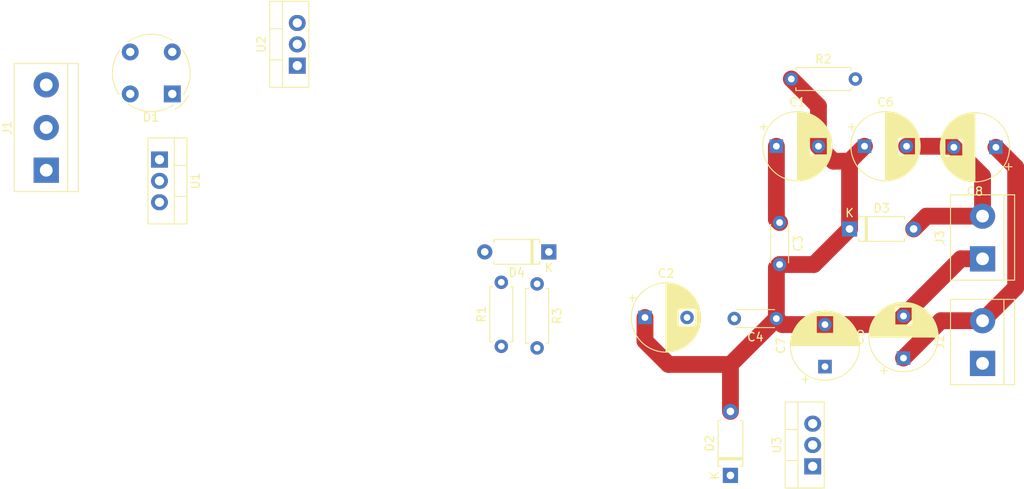
<source format=kicad_pcb>
(kicad_pcb (version 20171130) (host pcbnew "(5.1.2)-2")

  (general
    (thickness 1.6)
    (drawings 0)
    (tracks 35)
    (zones 0)
    (modules 21)
    (nets 9)
  )

  (page A4)
  (layers
    (0 F.Cu signal)
    (31 B.Cu signal)
    (32 B.Adhes user)
    (33 F.Adhes user)
    (34 B.Paste user)
    (35 F.Paste user)
    (36 B.SilkS user)
    (37 F.SilkS user)
    (38 B.Mask user)
    (39 F.Mask user)
    (40 Dwgs.User user)
    (41 Cmts.User user)
    (42 Eco1.User user)
    (43 Eco2.User user)
    (44 Edge.Cuts user)
    (45 Margin user)
    (46 B.CrtYd user)
    (47 F.CrtYd user)
    (48 B.Fab user)
    (49 F.Fab user hide)
  )

  (setup
    (last_trace_width 2)
    (trace_clearance 0.2)
    (zone_clearance 0.508)
    (zone_45_only no)
    (trace_min 0.2)
    (via_size 0.8)
    (via_drill 0.4)
    (via_min_size 0.4)
    (via_min_drill 0.3)
    (uvia_size 0.3)
    (uvia_drill 0.1)
    (uvias_allowed no)
    (uvia_min_size 0.2)
    (uvia_min_drill 0.1)
    (edge_width 0.1)
    (segment_width 0.2)
    (pcb_text_width 0.3)
    (pcb_text_size 1.5 1.5)
    (mod_edge_width 0.15)
    (mod_text_size 1 1)
    (mod_text_width 0.15)
    (pad_size 1.524 1.524)
    (pad_drill 0.762)
    (pad_to_mask_clearance 0)
    (aux_axis_origin 0 0)
    (visible_elements 7FFFFFFF)
    (pcbplotparams
      (layerselection 0x010fc_ffffffff)
      (usegerberextensions false)
      (usegerberattributes false)
      (usegerberadvancedattributes false)
      (creategerberjobfile false)
      (excludeedgelayer true)
      (linewidth 0.100000)
      (plotframeref false)
      (viasonmask false)
      (mode 1)
      (useauxorigin false)
      (hpglpennumber 1)
      (hpglpenspeed 20)
      (hpglpendiameter 15.000000)
      (psnegative false)
      (psa4output false)
      (plotreference true)
      (plotvalue true)
      (plotinvisibletext false)
      (padsonsilk false)
      (subtractmaskfromsilk false)
      (outputformat 1)
      (mirror false)
      (drillshape 1)
      (scaleselection 1)
      (outputdirectory ""))
  )

  (net 0 "")
  (net 1 "Net-(C1-Pad1)")
  (net 2 Earth)
  (net 3 "Net-(C2-Pad2)")
  (net 4 "Net-(C5-Pad1)")
  (net 5 "Net-(C6-Pad2)")
  (net 6 "Net-(C7-Pad1)")
  (net 7 "Net-(D1-Pad4)")
  (net 8 "Net-(D1-Pad2)")

  (net_class Default "Esta es la clase de red por defecto."
    (clearance 0.2)
    (trace_width 2)
    (via_dia 0.8)
    (via_drill 0.4)
    (uvia_dia 0.3)
    (uvia_drill 0.1)
    (add_net Earth)
    (add_net "Net-(C1-Pad1)")
    (add_net "Net-(C2-Pad2)")
    (add_net "Net-(C5-Pad1)")
    (add_net "Net-(C6-Pad2)")
    (add_net "Net-(C7-Pad1)")
    (add_net "Net-(D1-Pad2)")
    (add_net "Net-(D1-Pad4)")
  )

  (module Capacitor_THT:CP_Radial_D8.0mm_P5.00mm (layer F.Cu) (tedit 5AE50EF0) (tstamp 623351EB)
    (at 239.649 33.274)
    (descr "CP, Radial series, Radial, pin pitch=5.00mm, , diameter=8mm, Electrolytic Capacitor")
    (tags "CP Radial series Radial pin pitch 5.00mm  diameter 8mm Electrolytic Capacitor")
    (path /6233EAF4)
    (fp_text reference C1 (at 2.5 -5.25) (layer F.SilkS)
      (effects (font (size 1 1) (thickness 0.15)))
    )
    (fp_text value CP1 (at 2.5 5.25) (layer F.Fab)
      (effects (font (size 1 1) (thickness 0.15)))
    )
    (fp_circle (center 2.5 0) (end 6.5 0) (layer F.Fab) (width 0.1))
    (fp_circle (center 2.5 0) (end 6.62 0) (layer F.SilkS) (width 0.12))
    (fp_circle (center 2.5 0) (end 6.75 0) (layer F.CrtYd) (width 0.05))
    (fp_line (start -0.926759 -1.7475) (end -0.126759 -1.7475) (layer F.Fab) (width 0.1))
    (fp_line (start -0.526759 -2.1475) (end -0.526759 -1.3475) (layer F.Fab) (width 0.1))
    (fp_line (start 2.5 -4.08) (end 2.5 4.08) (layer F.SilkS) (width 0.12))
    (fp_line (start 2.54 -4.08) (end 2.54 4.08) (layer F.SilkS) (width 0.12))
    (fp_line (start 2.58 -4.08) (end 2.58 4.08) (layer F.SilkS) (width 0.12))
    (fp_line (start 2.62 -4.079) (end 2.62 4.079) (layer F.SilkS) (width 0.12))
    (fp_line (start 2.66 -4.077) (end 2.66 4.077) (layer F.SilkS) (width 0.12))
    (fp_line (start 2.7 -4.076) (end 2.7 4.076) (layer F.SilkS) (width 0.12))
    (fp_line (start 2.74 -4.074) (end 2.74 4.074) (layer F.SilkS) (width 0.12))
    (fp_line (start 2.78 -4.071) (end 2.78 4.071) (layer F.SilkS) (width 0.12))
    (fp_line (start 2.82 -4.068) (end 2.82 4.068) (layer F.SilkS) (width 0.12))
    (fp_line (start 2.86 -4.065) (end 2.86 4.065) (layer F.SilkS) (width 0.12))
    (fp_line (start 2.9 -4.061) (end 2.9 4.061) (layer F.SilkS) (width 0.12))
    (fp_line (start 2.94 -4.057) (end 2.94 4.057) (layer F.SilkS) (width 0.12))
    (fp_line (start 2.98 -4.052) (end 2.98 4.052) (layer F.SilkS) (width 0.12))
    (fp_line (start 3.02 -4.048) (end 3.02 4.048) (layer F.SilkS) (width 0.12))
    (fp_line (start 3.06 -4.042) (end 3.06 4.042) (layer F.SilkS) (width 0.12))
    (fp_line (start 3.1 -4.037) (end 3.1 4.037) (layer F.SilkS) (width 0.12))
    (fp_line (start 3.14 -4.03) (end 3.14 4.03) (layer F.SilkS) (width 0.12))
    (fp_line (start 3.18 -4.024) (end 3.18 4.024) (layer F.SilkS) (width 0.12))
    (fp_line (start 3.221 -4.017) (end 3.221 4.017) (layer F.SilkS) (width 0.12))
    (fp_line (start 3.261 -4.01) (end 3.261 4.01) (layer F.SilkS) (width 0.12))
    (fp_line (start 3.301 -4.002) (end 3.301 4.002) (layer F.SilkS) (width 0.12))
    (fp_line (start 3.341 -3.994) (end 3.341 3.994) (layer F.SilkS) (width 0.12))
    (fp_line (start 3.381 -3.985) (end 3.381 3.985) (layer F.SilkS) (width 0.12))
    (fp_line (start 3.421 -3.976) (end 3.421 3.976) (layer F.SilkS) (width 0.12))
    (fp_line (start 3.461 -3.967) (end 3.461 3.967) (layer F.SilkS) (width 0.12))
    (fp_line (start 3.501 -3.957) (end 3.501 3.957) (layer F.SilkS) (width 0.12))
    (fp_line (start 3.541 -3.947) (end 3.541 3.947) (layer F.SilkS) (width 0.12))
    (fp_line (start 3.581 -3.936) (end 3.581 3.936) (layer F.SilkS) (width 0.12))
    (fp_line (start 3.621 -3.925) (end 3.621 3.925) (layer F.SilkS) (width 0.12))
    (fp_line (start 3.661 -3.914) (end 3.661 3.914) (layer F.SilkS) (width 0.12))
    (fp_line (start 3.701 -3.902) (end 3.701 3.902) (layer F.SilkS) (width 0.12))
    (fp_line (start 3.741 -3.889) (end 3.741 3.889) (layer F.SilkS) (width 0.12))
    (fp_line (start 3.781 -3.877) (end 3.781 3.877) (layer F.SilkS) (width 0.12))
    (fp_line (start 3.821 -3.863) (end 3.821 3.863) (layer F.SilkS) (width 0.12))
    (fp_line (start 3.861 -3.85) (end 3.861 3.85) (layer F.SilkS) (width 0.12))
    (fp_line (start 3.901 -3.835) (end 3.901 3.835) (layer F.SilkS) (width 0.12))
    (fp_line (start 3.941 -3.821) (end 3.941 3.821) (layer F.SilkS) (width 0.12))
    (fp_line (start 3.981 -3.805) (end 3.981 -1.04) (layer F.SilkS) (width 0.12))
    (fp_line (start 3.981 1.04) (end 3.981 3.805) (layer F.SilkS) (width 0.12))
    (fp_line (start 4.021 -3.79) (end 4.021 -1.04) (layer F.SilkS) (width 0.12))
    (fp_line (start 4.021 1.04) (end 4.021 3.79) (layer F.SilkS) (width 0.12))
    (fp_line (start 4.061 -3.774) (end 4.061 -1.04) (layer F.SilkS) (width 0.12))
    (fp_line (start 4.061 1.04) (end 4.061 3.774) (layer F.SilkS) (width 0.12))
    (fp_line (start 4.101 -3.757) (end 4.101 -1.04) (layer F.SilkS) (width 0.12))
    (fp_line (start 4.101 1.04) (end 4.101 3.757) (layer F.SilkS) (width 0.12))
    (fp_line (start 4.141 -3.74) (end 4.141 -1.04) (layer F.SilkS) (width 0.12))
    (fp_line (start 4.141 1.04) (end 4.141 3.74) (layer F.SilkS) (width 0.12))
    (fp_line (start 4.181 -3.722) (end 4.181 -1.04) (layer F.SilkS) (width 0.12))
    (fp_line (start 4.181 1.04) (end 4.181 3.722) (layer F.SilkS) (width 0.12))
    (fp_line (start 4.221 -3.704) (end 4.221 -1.04) (layer F.SilkS) (width 0.12))
    (fp_line (start 4.221 1.04) (end 4.221 3.704) (layer F.SilkS) (width 0.12))
    (fp_line (start 4.261 -3.686) (end 4.261 -1.04) (layer F.SilkS) (width 0.12))
    (fp_line (start 4.261 1.04) (end 4.261 3.686) (layer F.SilkS) (width 0.12))
    (fp_line (start 4.301 -3.666) (end 4.301 -1.04) (layer F.SilkS) (width 0.12))
    (fp_line (start 4.301 1.04) (end 4.301 3.666) (layer F.SilkS) (width 0.12))
    (fp_line (start 4.341 -3.647) (end 4.341 -1.04) (layer F.SilkS) (width 0.12))
    (fp_line (start 4.341 1.04) (end 4.341 3.647) (layer F.SilkS) (width 0.12))
    (fp_line (start 4.381 -3.627) (end 4.381 -1.04) (layer F.SilkS) (width 0.12))
    (fp_line (start 4.381 1.04) (end 4.381 3.627) (layer F.SilkS) (width 0.12))
    (fp_line (start 4.421 -3.606) (end 4.421 -1.04) (layer F.SilkS) (width 0.12))
    (fp_line (start 4.421 1.04) (end 4.421 3.606) (layer F.SilkS) (width 0.12))
    (fp_line (start 4.461 -3.584) (end 4.461 -1.04) (layer F.SilkS) (width 0.12))
    (fp_line (start 4.461 1.04) (end 4.461 3.584) (layer F.SilkS) (width 0.12))
    (fp_line (start 4.501 -3.562) (end 4.501 -1.04) (layer F.SilkS) (width 0.12))
    (fp_line (start 4.501 1.04) (end 4.501 3.562) (layer F.SilkS) (width 0.12))
    (fp_line (start 4.541 -3.54) (end 4.541 -1.04) (layer F.SilkS) (width 0.12))
    (fp_line (start 4.541 1.04) (end 4.541 3.54) (layer F.SilkS) (width 0.12))
    (fp_line (start 4.581 -3.517) (end 4.581 -1.04) (layer F.SilkS) (width 0.12))
    (fp_line (start 4.581 1.04) (end 4.581 3.517) (layer F.SilkS) (width 0.12))
    (fp_line (start 4.621 -3.493) (end 4.621 -1.04) (layer F.SilkS) (width 0.12))
    (fp_line (start 4.621 1.04) (end 4.621 3.493) (layer F.SilkS) (width 0.12))
    (fp_line (start 4.661 -3.469) (end 4.661 -1.04) (layer F.SilkS) (width 0.12))
    (fp_line (start 4.661 1.04) (end 4.661 3.469) (layer F.SilkS) (width 0.12))
    (fp_line (start 4.701 -3.444) (end 4.701 -1.04) (layer F.SilkS) (width 0.12))
    (fp_line (start 4.701 1.04) (end 4.701 3.444) (layer F.SilkS) (width 0.12))
    (fp_line (start 4.741 -3.418) (end 4.741 -1.04) (layer F.SilkS) (width 0.12))
    (fp_line (start 4.741 1.04) (end 4.741 3.418) (layer F.SilkS) (width 0.12))
    (fp_line (start 4.781 -3.392) (end 4.781 -1.04) (layer F.SilkS) (width 0.12))
    (fp_line (start 4.781 1.04) (end 4.781 3.392) (layer F.SilkS) (width 0.12))
    (fp_line (start 4.821 -3.365) (end 4.821 -1.04) (layer F.SilkS) (width 0.12))
    (fp_line (start 4.821 1.04) (end 4.821 3.365) (layer F.SilkS) (width 0.12))
    (fp_line (start 4.861 -3.338) (end 4.861 -1.04) (layer F.SilkS) (width 0.12))
    (fp_line (start 4.861 1.04) (end 4.861 3.338) (layer F.SilkS) (width 0.12))
    (fp_line (start 4.901 -3.309) (end 4.901 -1.04) (layer F.SilkS) (width 0.12))
    (fp_line (start 4.901 1.04) (end 4.901 3.309) (layer F.SilkS) (width 0.12))
    (fp_line (start 4.941 -3.28) (end 4.941 -1.04) (layer F.SilkS) (width 0.12))
    (fp_line (start 4.941 1.04) (end 4.941 3.28) (layer F.SilkS) (width 0.12))
    (fp_line (start 4.981 -3.25) (end 4.981 -1.04) (layer F.SilkS) (width 0.12))
    (fp_line (start 4.981 1.04) (end 4.981 3.25) (layer F.SilkS) (width 0.12))
    (fp_line (start 5.021 -3.22) (end 5.021 -1.04) (layer F.SilkS) (width 0.12))
    (fp_line (start 5.021 1.04) (end 5.021 3.22) (layer F.SilkS) (width 0.12))
    (fp_line (start 5.061 -3.189) (end 5.061 -1.04) (layer F.SilkS) (width 0.12))
    (fp_line (start 5.061 1.04) (end 5.061 3.189) (layer F.SilkS) (width 0.12))
    (fp_line (start 5.101 -3.156) (end 5.101 -1.04) (layer F.SilkS) (width 0.12))
    (fp_line (start 5.101 1.04) (end 5.101 3.156) (layer F.SilkS) (width 0.12))
    (fp_line (start 5.141 -3.124) (end 5.141 -1.04) (layer F.SilkS) (width 0.12))
    (fp_line (start 5.141 1.04) (end 5.141 3.124) (layer F.SilkS) (width 0.12))
    (fp_line (start 5.181 -3.09) (end 5.181 -1.04) (layer F.SilkS) (width 0.12))
    (fp_line (start 5.181 1.04) (end 5.181 3.09) (layer F.SilkS) (width 0.12))
    (fp_line (start 5.221 -3.055) (end 5.221 -1.04) (layer F.SilkS) (width 0.12))
    (fp_line (start 5.221 1.04) (end 5.221 3.055) (layer F.SilkS) (width 0.12))
    (fp_line (start 5.261 -3.019) (end 5.261 -1.04) (layer F.SilkS) (width 0.12))
    (fp_line (start 5.261 1.04) (end 5.261 3.019) (layer F.SilkS) (width 0.12))
    (fp_line (start 5.301 -2.983) (end 5.301 -1.04) (layer F.SilkS) (width 0.12))
    (fp_line (start 5.301 1.04) (end 5.301 2.983) (layer F.SilkS) (width 0.12))
    (fp_line (start 5.341 -2.945) (end 5.341 -1.04) (layer F.SilkS) (width 0.12))
    (fp_line (start 5.341 1.04) (end 5.341 2.945) (layer F.SilkS) (width 0.12))
    (fp_line (start 5.381 -2.907) (end 5.381 -1.04) (layer F.SilkS) (width 0.12))
    (fp_line (start 5.381 1.04) (end 5.381 2.907) (layer F.SilkS) (width 0.12))
    (fp_line (start 5.421 -2.867) (end 5.421 -1.04) (layer F.SilkS) (width 0.12))
    (fp_line (start 5.421 1.04) (end 5.421 2.867) (layer F.SilkS) (width 0.12))
    (fp_line (start 5.461 -2.826) (end 5.461 -1.04) (layer F.SilkS) (width 0.12))
    (fp_line (start 5.461 1.04) (end 5.461 2.826) (layer F.SilkS) (width 0.12))
    (fp_line (start 5.501 -2.784) (end 5.501 -1.04) (layer F.SilkS) (width 0.12))
    (fp_line (start 5.501 1.04) (end 5.501 2.784) (layer F.SilkS) (width 0.12))
    (fp_line (start 5.541 -2.741) (end 5.541 -1.04) (layer F.SilkS) (width 0.12))
    (fp_line (start 5.541 1.04) (end 5.541 2.741) (layer F.SilkS) (width 0.12))
    (fp_line (start 5.581 -2.697) (end 5.581 -1.04) (layer F.SilkS) (width 0.12))
    (fp_line (start 5.581 1.04) (end 5.581 2.697) (layer F.SilkS) (width 0.12))
    (fp_line (start 5.621 -2.651) (end 5.621 -1.04) (layer F.SilkS) (width 0.12))
    (fp_line (start 5.621 1.04) (end 5.621 2.651) (layer F.SilkS) (width 0.12))
    (fp_line (start 5.661 -2.604) (end 5.661 -1.04) (layer F.SilkS) (width 0.12))
    (fp_line (start 5.661 1.04) (end 5.661 2.604) (layer F.SilkS) (width 0.12))
    (fp_line (start 5.701 -2.556) (end 5.701 -1.04) (layer F.SilkS) (width 0.12))
    (fp_line (start 5.701 1.04) (end 5.701 2.556) (layer F.SilkS) (width 0.12))
    (fp_line (start 5.741 -2.505) (end 5.741 -1.04) (layer F.SilkS) (width 0.12))
    (fp_line (start 5.741 1.04) (end 5.741 2.505) (layer F.SilkS) (width 0.12))
    (fp_line (start 5.781 -2.454) (end 5.781 -1.04) (layer F.SilkS) (width 0.12))
    (fp_line (start 5.781 1.04) (end 5.781 2.454) (layer F.SilkS) (width 0.12))
    (fp_line (start 5.821 -2.4) (end 5.821 -1.04) (layer F.SilkS) (width 0.12))
    (fp_line (start 5.821 1.04) (end 5.821 2.4) (layer F.SilkS) (width 0.12))
    (fp_line (start 5.861 -2.345) (end 5.861 -1.04) (layer F.SilkS) (width 0.12))
    (fp_line (start 5.861 1.04) (end 5.861 2.345) (layer F.SilkS) (width 0.12))
    (fp_line (start 5.901 -2.287) (end 5.901 -1.04) (layer F.SilkS) (width 0.12))
    (fp_line (start 5.901 1.04) (end 5.901 2.287) (layer F.SilkS) (width 0.12))
    (fp_line (start 5.941 -2.228) (end 5.941 -1.04) (layer F.SilkS) (width 0.12))
    (fp_line (start 5.941 1.04) (end 5.941 2.228) (layer F.SilkS) (width 0.12))
    (fp_line (start 5.981 -2.166) (end 5.981 -1.04) (layer F.SilkS) (width 0.12))
    (fp_line (start 5.981 1.04) (end 5.981 2.166) (layer F.SilkS) (width 0.12))
    (fp_line (start 6.021 -2.102) (end 6.021 -1.04) (layer F.SilkS) (width 0.12))
    (fp_line (start 6.021 1.04) (end 6.021 2.102) (layer F.SilkS) (width 0.12))
    (fp_line (start 6.061 -2.034) (end 6.061 2.034) (layer F.SilkS) (width 0.12))
    (fp_line (start 6.101 -1.964) (end 6.101 1.964) (layer F.SilkS) (width 0.12))
    (fp_line (start 6.141 -1.89) (end 6.141 1.89) (layer F.SilkS) (width 0.12))
    (fp_line (start 6.181 -1.813) (end 6.181 1.813) (layer F.SilkS) (width 0.12))
    (fp_line (start 6.221 -1.731) (end 6.221 1.731) (layer F.SilkS) (width 0.12))
    (fp_line (start 6.261 -1.645) (end 6.261 1.645) (layer F.SilkS) (width 0.12))
    (fp_line (start 6.301 -1.552) (end 6.301 1.552) (layer F.SilkS) (width 0.12))
    (fp_line (start 6.341 -1.453) (end 6.341 1.453) (layer F.SilkS) (width 0.12))
    (fp_line (start 6.381 -1.346) (end 6.381 1.346) (layer F.SilkS) (width 0.12))
    (fp_line (start 6.421 -1.229) (end 6.421 1.229) (layer F.SilkS) (width 0.12))
    (fp_line (start 6.461 -1.098) (end 6.461 1.098) (layer F.SilkS) (width 0.12))
    (fp_line (start 6.501 -0.948) (end 6.501 0.948) (layer F.SilkS) (width 0.12))
    (fp_line (start 6.541 -0.768) (end 6.541 0.768) (layer F.SilkS) (width 0.12))
    (fp_line (start 6.581 -0.533) (end 6.581 0.533) (layer F.SilkS) (width 0.12))
    (fp_line (start -1.909698 -2.315) (end -1.109698 -2.315) (layer F.SilkS) (width 0.12))
    (fp_line (start -1.509698 -2.715) (end -1.509698 -1.915) (layer F.SilkS) (width 0.12))
    (fp_text user %R (at 2.5 0) (layer F.Fab)
      (effects (font (size 1 1) (thickness 0.15)))
    )
    (pad 1 thru_hole rect (at 0 0) (size 1.6 1.6) (drill 0.8) (layers *.Cu *.Mask)
      (net 1 "Net-(C1-Pad1)"))
    (pad 2 thru_hole circle (at 5 0) (size 1.6 1.6) (drill 0.8) (layers *.Cu *.Mask)
      (net 2 Earth))
    (model ${KISYS3DMOD}/Capacitor_THT.3dshapes/CP_Radial_D8.0mm_P5.00mm.wrl
      (at (xyz 0 0 0))
      (scale (xyz 1 1 1))
      (rotate (xyz 0 0 0))
    )
  )

  (module Capacitor_THT:CP_Radial_D8.0mm_P5.00mm (layer F.Cu) (tedit 5AE50EF0) (tstamp 62335294)
    (at 224.028 53.6575)
    (descr "CP, Radial series, Radial, pin pitch=5.00mm, , diameter=8mm, Electrolytic Capacitor")
    (tags "CP Radial series Radial pin pitch 5.00mm  diameter 8mm Electrolytic Capacitor")
    (path /62326C3A)
    (fp_text reference C2 (at 2.5 -5.25) (layer F.SilkS)
      (effects (font (size 1 1) (thickness 0.15)))
    )
    (fp_text value CP1 (at 2.5 5.25) (layer F.Fab)
      (effects (font (size 1 1) (thickness 0.15)))
    )
    (fp_circle (center 2.5 0) (end 6.5 0) (layer F.Fab) (width 0.1))
    (fp_circle (center 2.5 0) (end 6.62 0) (layer F.SilkS) (width 0.12))
    (fp_circle (center 2.5 0) (end 6.75 0) (layer F.CrtYd) (width 0.05))
    (fp_line (start -0.926759 -1.7475) (end -0.126759 -1.7475) (layer F.Fab) (width 0.1))
    (fp_line (start -0.526759 -2.1475) (end -0.526759 -1.3475) (layer F.Fab) (width 0.1))
    (fp_line (start 2.5 -4.08) (end 2.5 4.08) (layer F.SilkS) (width 0.12))
    (fp_line (start 2.54 -4.08) (end 2.54 4.08) (layer F.SilkS) (width 0.12))
    (fp_line (start 2.58 -4.08) (end 2.58 4.08) (layer F.SilkS) (width 0.12))
    (fp_line (start 2.62 -4.079) (end 2.62 4.079) (layer F.SilkS) (width 0.12))
    (fp_line (start 2.66 -4.077) (end 2.66 4.077) (layer F.SilkS) (width 0.12))
    (fp_line (start 2.7 -4.076) (end 2.7 4.076) (layer F.SilkS) (width 0.12))
    (fp_line (start 2.74 -4.074) (end 2.74 4.074) (layer F.SilkS) (width 0.12))
    (fp_line (start 2.78 -4.071) (end 2.78 4.071) (layer F.SilkS) (width 0.12))
    (fp_line (start 2.82 -4.068) (end 2.82 4.068) (layer F.SilkS) (width 0.12))
    (fp_line (start 2.86 -4.065) (end 2.86 4.065) (layer F.SilkS) (width 0.12))
    (fp_line (start 2.9 -4.061) (end 2.9 4.061) (layer F.SilkS) (width 0.12))
    (fp_line (start 2.94 -4.057) (end 2.94 4.057) (layer F.SilkS) (width 0.12))
    (fp_line (start 2.98 -4.052) (end 2.98 4.052) (layer F.SilkS) (width 0.12))
    (fp_line (start 3.02 -4.048) (end 3.02 4.048) (layer F.SilkS) (width 0.12))
    (fp_line (start 3.06 -4.042) (end 3.06 4.042) (layer F.SilkS) (width 0.12))
    (fp_line (start 3.1 -4.037) (end 3.1 4.037) (layer F.SilkS) (width 0.12))
    (fp_line (start 3.14 -4.03) (end 3.14 4.03) (layer F.SilkS) (width 0.12))
    (fp_line (start 3.18 -4.024) (end 3.18 4.024) (layer F.SilkS) (width 0.12))
    (fp_line (start 3.221 -4.017) (end 3.221 4.017) (layer F.SilkS) (width 0.12))
    (fp_line (start 3.261 -4.01) (end 3.261 4.01) (layer F.SilkS) (width 0.12))
    (fp_line (start 3.301 -4.002) (end 3.301 4.002) (layer F.SilkS) (width 0.12))
    (fp_line (start 3.341 -3.994) (end 3.341 3.994) (layer F.SilkS) (width 0.12))
    (fp_line (start 3.381 -3.985) (end 3.381 3.985) (layer F.SilkS) (width 0.12))
    (fp_line (start 3.421 -3.976) (end 3.421 3.976) (layer F.SilkS) (width 0.12))
    (fp_line (start 3.461 -3.967) (end 3.461 3.967) (layer F.SilkS) (width 0.12))
    (fp_line (start 3.501 -3.957) (end 3.501 3.957) (layer F.SilkS) (width 0.12))
    (fp_line (start 3.541 -3.947) (end 3.541 3.947) (layer F.SilkS) (width 0.12))
    (fp_line (start 3.581 -3.936) (end 3.581 3.936) (layer F.SilkS) (width 0.12))
    (fp_line (start 3.621 -3.925) (end 3.621 3.925) (layer F.SilkS) (width 0.12))
    (fp_line (start 3.661 -3.914) (end 3.661 3.914) (layer F.SilkS) (width 0.12))
    (fp_line (start 3.701 -3.902) (end 3.701 3.902) (layer F.SilkS) (width 0.12))
    (fp_line (start 3.741 -3.889) (end 3.741 3.889) (layer F.SilkS) (width 0.12))
    (fp_line (start 3.781 -3.877) (end 3.781 3.877) (layer F.SilkS) (width 0.12))
    (fp_line (start 3.821 -3.863) (end 3.821 3.863) (layer F.SilkS) (width 0.12))
    (fp_line (start 3.861 -3.85) (end 3.861 3.85) (layer F.SilkS) (width 0.12))
    (fp_line (start 3.901 -3.835) (end 3.901 3.835) (layer F.SilkS) (width 0.12))
    (fp_line (start 3.941 -3.821) (end 3.941 3.821) (layer F.SilkS) (width 0.12))
    (fp_line (start 3.981 -3.805) (end 3.981 -1.04) (layer F.SilkS) (width 0.12))
    (fp_line (start 3.981 1.04) (end 3.981 3.805) (layer F.SilkS) (width 0.12))
    (fp_line (start 4.021 -3.79) (end 4.021 -1.04) (layer F.SilkS) (width 0.12))
    (fp_line (start 4.021 1.04) (end 4.021 3.79) (layer F.SilkS) (width 0.12))
    (fp_line (start 4.061 -3.774) (end 4.061 -1.04) (layer F.SilkS) (width 0.12))
    (fp_line (start 4.061 1.04) (end 4.061 3.774) (layer F.SilkS) (width 0.12))
    (fp_line (start 4.101 -3.757) (end 4.101 -1.04) (layer F.SilkS) (width 0.12))
    (fp_line (start 4.101 1.04) (end 4.101 3.757) (layer F.SilkS) (width 0.12))
    (fp_line (start 4.141 -3.74) (end 4.141 -1.04) (layer F.SilkS) (width 0.12))
    (fp_line (start 4.141 1.04) (end 4.141 3.74) (layer F.SilkS) (width 0.12))
    (fp_line (start 4.181 -3.722) (end 4.181 -1.04) (layer F.SilkS) (width 0.12))
    (fp_line (start 4.181 1.04) (end 4.181 3.722) (layer F.SilkS) (width 0.12))
    (fp_line (start 4.221 -3.704) (end 4.221 -1.04) (layer F.SilkS) (width 0.12))
    (fp_line (start 4.221 1.04) (end 4.221 3.704) (layer F.SilkS) (width 0.12))
    (fp_line (start 4.261 -3.686) (end 4.261 -1.04) (layer F.SilkS) (width 0.12))
    (fp_line (start 4.261 1.04) (end 4.261 3.686) (layer F.SilkS) (width 0.12))
    (fp_line (start 4.301 -3.666) (end 4.301 -1.04) (layer F.SilkS) (width 0.12))
    (fp_line (start 4.301 1.04) (end 4.301 3.666) (layer F.SilkS) (width 0.12))
    (fp_line (start 4.341 -3.647) (end 4.341 -1.04) (layer F.SilkS) (width 0.12))
    (fp_line (start 4.341 1.04) (end 4.341 3.647) (layer F.SilkS) (width 0.12))
    (fp_line (start 4.381 -3.627) (end 4.381 -1.04) (layer F.SilkS) (width 0.12))
    (fp_line (start 4.381 1.04) (end 4.381 3.627) (layer F.SilkS) (width 0.12))
    (fp_line (start 4.421 -3.606) (end 4.421 -1.04) (layer F.SilkS) (width 0.12))
    (fp_line (start 4.421 1.04) (end 4.421 3.606) (layer F.SilkS) (width 0.12))
    (fp_line (start 4.461 -3.584) (end 4.461 -1.04) (layer F.SilkS) (width 0.12))
    (fp_line (start 4.461 1.04) (end 4.461 3.584) (layer F.SilkS) (width 0.12))
    (fp_line (start 4.501 -3.562) (end 4.501 -1.04) (layer F.SilkS) (width 0.12))
    (fp_line (start 4.501 1.04) (end 4.501 3.562) (layer F.SilkS) (width 0.12))
    (fp_line (start 4.541 -3.54) (end 4.541 -1.04) (layer F.SilkS) (width 0.12))
    (fp_line (start 4.541 1.04) (end 4.541 3.54) (layer F.SilkS) (width 0.12))
    (fp_line (start 4.581 -3.517) (end 4.581 -1.04) (layer F.SilkS) (width 0.12))
    (fp_line (start 4.581 1.04) (end 4.581 3.517) (layer F.SilkS) (width 0.12))
    (fp_line (start 4.621 -3.493) (end 4.621 -1.04) (layer F.SilkS) (width 0.12))
    (fp_line (start 4.621 1.04) (end 4.621 3.493) (layer F.SilkS) (width 0.12))
    (fp_line (start 4.661 -3.469) (end 4.661 -1.04) (layer F.SilkS) (width 0.12))
    (fp_line (start 4.661 1.04) (end 4.661 3.469) (layer F.SilkS) (width 0.12))
    (fp_line (start 4.701 -3.444) (end 4.701 -1.04) (layer F.SilkS) (width 0.12))
    (fp_line (start 4.701 1.04) (end 4.701 3.444) (layer F.SilkS) (width 0.12))
    (fp_line (start 4.741 -3.418) (end 4.741 -1.04) (layer F.SilkS) (width 0.12))
    (fp_line (start 4.741 1.04) (end 4.741 3.418) (layer F.SilkS) (width 0.12))
    (fp_line (start 4.781 -3.392) (end 4.781 -1.04) (layer F.SilkS) (width 0.12))
    (fp_line (start 4.781 1.04) (end 4.781 3.392) (layer F.SilkS) (width 0.12))
    (fp_line (start 4.821 -3.365) (end 4.821 -1.04) (layer F.SilkS) (width 0.12))
    (fp_line (start 4.821 1.04) (end 4.821 3.365) (layer F.SilkS) (width 0.12))
    (fp_line (start 4.861 -3.338) (end 4.861 -1.04) (layer F.SilkS) (width 0.12))
    (fp_line (start 4.861 1.04) (end 4.861 3.338) (layer F.SilkS) (width 0.12))
    (fp_line (start 4.901 -3.309) (end 4.901 -1.04) (layer F.SilkS) (width 0.12))
    (fp_line (start 4.901 1.04) (end 4.901 3.309) (layer F.SilkS) (width 0.12))
    (fp_line (start 4.941 -3.28) (end 4.941 -1.04) (layer F.SilkS) (width 0.12))
    (fp_line (start 4.941 1.04) (end 4.941 3.28) (layer F.SilkS) (width 0.12))
    (fp_line (start 4.981 -3.25) (end 4.981 -1.04) (layer F.SilkS) (width 0.12))
    (fp_line (start 4.981 1.04) (end 4.981 3.25) (layer F.SilkS) (width 0.12))
    (fp_line (start 5.021 -3.22) (end 5.021 -1.04) (layer F.SilkS) (width 0.12))
    (fp_line (start 5.021 1.04) (end 5.021 3.22) (layer F.SilkS) (width 0.12))
    (fp_line (start 5.061 -3.189) (end 5.061 -1.04) (layer F.SilkS) (width 0.12))
    (fp_line (start 5.061 1.04) (end 5.061 3.189) (layer F.SilkS) (width 0.12))
    (fp_line (start 5.101 -3.156) (end 5.101 -1.04) (layer F.SilkS) (width 0.12))
    (fp_line (start 5.101 1.04) (end 5.101 3.156) (layer F.SilkS) (width 0.12))
    (fp_line (start 5.141 -3.124) (end 5.141 -1.04) (layer F.SilkS) (width 0.12))
    (fp_line (start 5.141 1.04) (end 5.141 3.124) (layer F.SilkS) (width 0.12))
    (fp_line (start 5.181 -3.09) (end 5.181 -1.04) (layer F.SilkS) (width 0.12))
    (fp_line (start 5.181 1.04) (end 5.181 3.09) (layer F.SilkS) (width 0.12))
    (fp_line (start 5.221 -3.055) (end 5.221 -1.04) (layer F.SilkS) (width 0.12))
    (fp_line (start 5.221 1.04) (end 5.221 3.055) (layer F.SilkS) (width 0.12))
    (fp_line (start 5.261 -3.019) (end 5.261 -1.04) (layer F.SilkS) (width 0.12))
    (fp_line (start 5.261 1.04) (end 5.261 3.019) (layer F.SilkS) (width 0.12))
    (fp_line (start 5.301 -2.983) (end 5.301 -1.04) (layer F.SilkS) (width 0.12))
    (fp_line (start 5.301 1.04) (end 5.301 2.983) (layer F.SilkS) (width 0.12))
    (fp_line (start 5.341 -2.945) (end 5.341 -1.04) (layer F.SilkS) (width 0.12))
    (fp_line (start 5.341 1.04) (end 5.341 2.945) (layer F.SilkS) (width 0.12))
    (fp_line (start 5.381 -2.907) (end 5.381 -1.04) (layer F.SilkS) (width 0.12))
    (fp_line (start 5.381 1.04) (end 5.381 2.907) (layer F.SilkS) (width 0.12))
    (fp_line (start 5.421 -2.867) (end 5.421 -1.04) (layer F.SilkS) (width 0.12))
    (fp_line (start 5.421 1.04) (end 5.421 2.867) (layer F.SilkS) (width 0.12))
    (fp_line (start 5.461 -2.826) (end 5.461 -1.04) (layer F.SilkS) (width 0.12))
    (fp_line (start 5.461 1.04) (end 5.461 2.826) (layer F.SilkS) (width 0.12))
    (fp_line (start 5.501 -2.784) (end 5.501 -1.04) (layer F.SilkS) (width 0.12))
    (fp_line (start 5.501 1.04) (end 5.501 2.784) (layer F.SilkS) (width 0.12))
    (fp_line (start 5.541 -2.741) (end 5.541 -1.04) (layer F.SilkS) (width 0.12))
    (fp_line (start 5.541 1.04) (end 5.541 2.741) (layer F.SilkS) (width 0.12))
    (fp_line (start 5.581 -2.697) (end 5.581 -1.04) (layer F.SilkS) (width 0.12))
    (fp_line (start 5.581 1.04) (end 5.581 2.697) (layer F.SilkS) (width 0.12))
    (fp_line (start 5.621 -2.651) (end 5.621 -1.04) (layer F.SilkS) (width 0.12))
    (fp_line (start 5.621 1.04) (end 5.621 2.651) (layer F.SilkS) (width 0.12))
    (fp_line (start 5.661 -2.604) (end 5.661 -1.04) (layer F.SilkS) (width 0.12))
    (fp_line (start 5.661 1.04) (end 5.661 2.604) (layer F.SilkS) (width 0.12))
    (fp_line (start 5.701 -2.556) (end 5.701 -1.04) (layer F.SilkS) (width 0.12))
    (fp_line (start 5.701 1.04) (end 5.701 2.556) (layer F.SilkS) (width 0.12))
    (fp_line (start 5.741 -2.505) (end 5.741 -1.04) (layer F.SilkS) (width 0.12))
    (fp_line (start 5.741 1.04) (end 5.741 2.505) (layer F.SilkS) (width 0.12))
    (fp_line (start 5.781 -2.454) (end 5.781 -1.04) (layer F.SilkS) (width 0.12))
    (fp_line (start 5.781 1.04) (end 5.781 2.454) (layer F.SilkS) (width 0.12))
    (fp_line (start 5.821 -2.4) (end 5.821 -1.04) (layer F.SilkS) (width 0.12))
    (fp_line (start 5.821 1.04) (end 5.821 2.4) (layer F.SilkS) (width 0.12))
    (fp_line (start 5.861 -2.345) (end 5.861 -1.04) (layer F.SilkS) (width 0.12))
    (fp_line (start 5.861 1.04) (end 5.861 2.345) (layer F.SilkS) (width 0.12))
    (fp_line (start 5.901 -2.287) (end 5.901 -1.04) (layer F.SilkS) (width 0.12))
    (fp_line (start 5.901 1.04) (end 5.901 2.287) (layer F.SilkS) (width 0.12))
    (fp_line (start 5.941 -2.228) (end 5.941 -1.04) (layer F.SilkS) (width 0.12))
    (fp_line (start 5.941 1.04) (end 5.941 2.228) (layer F.SilkS) (width 0.12))
    (fp_line (start 5.981 -2.166) (end 5.981 -1.04) (layer F.SilkS) (width 0.12))
    (fp_line (start 5.981 1.04) (end 5.981 2.166) (layer F.SilkS) (width 0.12))
    (fp_line (start 6.021 -2.102) (end 6.021 -1.04) (layer F.SilkS) (width 0.12))
    (fp_line (start 6.021 1.04) (end 6.021 2.102) (layer F.SilkS) (width 0.12))
    (fp_line (start 6.061 -2.034) (end 6.061 2.034) (layer F.SilkS) (width 0.12))
    (fp_line (start 6.101 -1.964) (end 6.101 1.964) (layer F.SilkS) (width 0.12))
    (fp_line (start 6.141 -1.89) (end 6.141 1.89) (layer F.SilkS) (width 0.12))
    (fp_line (start 6.181 -1.813) (end 6.181 1.813) (layer F.SilkS) (width 0.12))
    (fp_line (start 6.221 -1.731) (end 6.221 1.731) (layer F.SilkS) (width 0.12))
    (fp_line (start 6.261 -1.645) (end 6.261 1.645) (layer F.SilkS) (width 0.12))
    (fp_line (start 6.301 -1.552) (end 6.301 1.552) (layer F.SilkS) (width 0.12))
    (fp_line (start 6.341 -1.453) (end 6.341 1.453) (layer F.SilkS) (width 0.12))
    (fp_line (start 6.381 -1.346) (end 6.381 1.346) (layer F.SilkS) (width 0.12))
    (fp_line (start 6.421 -1.229) (end 6.421 1.229) (layer F.SilkS) (width 0.12))
    (fp_line (start 6.461 -1.098) (end 6.461 1.098) (layer F.SilkS) (width 0.12))
    (fp_line (start 6.501 -0.948) (end 6.501 0.948) (layer F.SilkS) (width 0.12))
    (fp_line (start 6.541 -0.768) (end 6.541 0.768) (layer F.SilkS) (width 0.12))
    (fp_line (start 6.581 -0.533) (end 6.581 0.533) (layer F.SilkS) (width 0.12))
    (fp_line (start -1.909698 -2.315) (end -1.109698 -2.315) (layer F.SilkS) (width 0.12))
    (fp_line (start -1.509698 -2.715) (end -1.509698 -1.915) (layer F.SilkS) (width 0.12))
    (fp_text user %R (at 2.5 0) (layer F.Fab)
      (effects (font (size 1 1) (thickness 0.15)))
    )
    (pad 1 thru_hole rect (at 0 0) (size 1.6 1.6) (drill 0.8) (layers *.Cu *.Mask)
      (net 2 Earth))
    (pad 2 thru_hole circle (at 5 0) (size 1.6 1.6) (drill 0.8) (layers *.Cu *.Mask)
      (net 3 "Net-(C2-Pad2)"))
    (model ${KISYS3DMOD}/Capacitor_THT.3dshapes/CP_Radial_D8.0mm_P5.00mm.wrl
      (at (xyz 0 0 0))
      (scale (xyz 1 1 1))
      (rotate (xyz 0 0 0))
    )
  )

  (module Capacitor_THT:C_Disc_D4.3mm_W1.9mm_P5.00mm (layer F.Cu) (tedit 5AE50EF0) (tstamp 623352A9)
    (at 240.03 42.3545 270)
    (descr "C, Disc series, Radial, pin pitch=5.00mm, , diameter*width=4.3*1.9mm^2, Capacitor, http://www.vishay.com/docs/45233/krseries.pdf")
    (tags "C Disc series Radial pin pitch 5.00mm  diameter 4.3mm width 1.9mm Capacitor")
    (path /62324D61)
    (fp_text reference C3 (at 2.5 -2.2 90) (layer F.SilkS)
      (effects (font (size 1 1) (thickness 0.15)))
    )
    (fp_text value C (at 2.5 2.2 90) (layer F.Fab)
      (effects (font (size 1 1) (thickness 0.15)))
    )
    (fp_line (start 0.35 -0.95) (end 0.35 0.95) (layer F.Fab) (width 0.1))
    (fp_line (start 0.35 0.95) (end 4.65 0.95) (layer F.Fab) (width 0.1))
    (fp_line (start 4.65 0.95) (end 4.65 -0.95) (layer F.Fab) (width 0.1))
    (fp_line (start 4.65 -0.95) (end 0.35 -0.95) (layer F.Fab) (width 0.1))
    (fp_line (start 0.23 -1.07) (end 4.77 -1.07) (layer F.SilkS) (width 0.12))
    (fp_line (start 0.23 1.07) (end 4.77 1.07) (layer F.SilkS) (width 0.12))
    (fp_line (start 0.23 -1.07) (end 0.23 -1.055) (layer F.SilkS) (width 0.12))
    (fp_line (start 0.23 1.055) (end 0.23 1.07) (layer F.SilkS) (width 0.12))
    (fp_line (start 4.77 -1.07) (end 4.77 -1.055) (layer F.SilkS) (width 0.12))
    (fp_line (start 4.77 1.055) (end 4.77 1.07) (layer F.SilkS) (width 0.12))
    (fp_line (start -1.05 -1.2) (end -1.05 1.2) (layer F.CrtYd) (width 0.05))
    (fp_line (start -1.05 1.2) (end 6.05 1.2) (layer F.CrtYd) (width 0.05))
    (fp_line (start 6.05 1.2) (end 6.05 -1.2) (layer F.CrtYd) (width 0.05))
    (fp_line (start 6.05 -1.2) (end -1.05 -1.2) (layer F.CrtYd) (width 0.05))
    (fp_text user %R (at 2.5 0 90) (layer F.Fab)
      (effects (font (size 0.86 0.86) (thickness 0.129)))
    )
    (pad 1 thru_hole circle (at 0 0 270) (size 1.6 1.6) (drill 0.8) (layers *.Cu *.Mask)
      (net 1 "Net-(C1-Pad1)"))
    (pad 2 thru_hole circle (at 5 0 270) (size 1.6 1.6) (drill 0.8) (layers *.Cu *.Mask)
      (net 2 Earth))
    (model ${KISYS3DMOD}/Capacitor_THT.3dshapes/C_Disc_D4.3mm_W1.9mm_P5.00mm.wrl
      (at (xyz 0 0 0))
      (scale (xyz 1 1 1))
      (rotate (xyz 0 0 0))
    )
  )

  (module Capacitor_THT:C_Disc_D4.3mm_W1.9mm_P5.00mm (layer F.Cu) (tedit 5AE50EF0) (tstamp 623352BE)
    (at 239.649 53.7845 180)
    (descr "C, Disc series, Radial, pin pitch=5.00mm, , diameter*width=4.3*1.9mm^2, Capacitor, http://www.vishay.com/docs/45233/krseries.pdf")
    (tags "C Disc series Radial pin pitch 5.00mm  diameter 4.3mm width 1.9mm Capacitor")
    (path /623248BF)
    (fp_text reference C4 (at 2.5 -2.2) (layer F.SilkS)
      (effects (font (size 1 1) (thickness 0.15)))
    )
    (fp_text value C (at 2.5 2.2) (layer F.Fab)
      (effects (font (size 1 1) (thickness 0.15)))
    )
    (fp_text user %R (at 2.5 0) (layer F.Fab)
      (effects (font (size 0.86 0.86) (thickness 0.129)))
    )
    (fp_line (start 6.05 -1.2) (end -1.05 -1.2) (layer F.CrtYd) (width 0.05))
    (fp_line (start 6.05 1.2) (end 6.05 -1.2) (layer F.CrtYd) (width 0.05))
    (fp_line (start -1.05 1.2) (end 6.05 1.2) (layer F.CrtYd) (width 0.05))
    (fp_line (start -1.05 -1.2) (end -1.05 1.2) (layer F.CrtYd) (width 0.05))
    (fp_line (start 4.77 1.055) (end 4.77 1.07) (layer F.SilkS) (width 0.12))
    (fp_line (start 4.77 -1.07) (end 4.77 -1.055) (layer F.SilkS) (width 0.12))
    (fp_line (start 0.23 1.055) (end 0.23 1.07) (layer F.SilkS) (width 0.12))
    (fp_line (start 0.23 -1.07) (end 0.23 -1.055) (layer F.SilkS) (width 0.12))
    (fp_line (start 0.23 1.07) (end 4.77 1.07) (layer F.SilkS) (width 0.12))
    (fp_line (start 0.23 -1.07) (end 4.77 -1.07) (layer F.SilkS) (width 0.12))
    (fp_line (start 4.65 -0.95) (end 0.35 -0.95) (layer F.Fab) (width 0.1))
    (fp_line (start 4.65 0.95) (end 4.65 -0.95) (layer F.Fab) (width 0.1))
    (fp_line (start 0.35 0.95) (end 4.65 0.95) (layer F.Fab) (width 0.1))
    (fp_line (start 0.35 -0.95) (end 0.35 0.95) (layer F.Fab) (width 0.1))
    (pad 2 thru_hole circle (at 5 0 180) (size 1.6 1.6) (drill 0.8) (layers *.Cu *.Mask)
      (net 3 "Net-(C2-Pad2)"))
    (pad 1 thru_hole circle (at 0 0 180) (size 1.6 1.6) (drill 0.8) (layers *.Cu *.Mask)
      (net 2 Earth))
    (model ${KISYS3DMOD}/Capacitor_THT.3dshapes/C_Disc_D4.3mm_W1.9mm_P5.00mm.wrl
      (at (xyz 0 0 0))
      (scale (xyz 1 1 1))
      (rotate (xyz 0 0 0))
    )
  )

  (module Capacitor_THT:CP_Radial_D8.0mm_P5.00mm (layer F.Cu) (tedit 5AE50EF0) (tstamp 62335367)
    (at 254.762 58.4835 90)
    (descr "CP, Radial series, Radial, pin pitch=5.00mm, , diameter=8mm, Electrolytic Capacitor")
    (tags "CP Radial series Radial pin pitch 5.00mm  diameter 8mm Electrolytic Capacitor")
    (path /623269F8)
    (fp_text reference C5 (at 2.5 -5.25 90) (layer F.SilkS)
      (effects (font (size 1 1) (thickness 0.15)))
    )
    (fp_text value CP1 (at 2.5 5.25 90) (layer F.Fab)
      (effects (font (size 1 1) (thickness 0.15)))
    )
    (fp_circle (center 2.5 0) (end 6.5 0) (layer F.Fab) (width 0.1))
    (fp_circle (center 2.5 0) (end 6.62 0) (layer F.SilkS) (width 0.12))
    (fp_circle (center 2.5 0) (end 6.75 0) (layer F.CrtYd) (width 0.05))
    (fp_line (start -0.926759 -1.7475) (end -0.126759 -1.7475) (layer F.Fab) (width 0.1))
    (fp_line (start -0.526759 -2.1475) (end -0.526759 -1.3475) (layer F.Fab) (width 0.1))
    (fp_line (start 2.5 -4.08) (end 2.5 4.08) (layer F.SilkS) (width 0.12))
    (fp_line (start 2.54 -4.08) (end 2.54 4.08) (layer F.SilkS) (width 0.12))
    (fp_line (start 2.58 -4.08) (end 2.58 4.08) (layer F.SilkS) (width 0.12))
    (fp_line (start 2.62 -4.079) (end 2.62 4.079) (layer F.SilkS) (width 0.12))
    (fp_line (start 2.66 -4.077) (end 2.66 4.077) (layer F.SilkS) (width 0.12))
    (fp_line (start 2.7 -4.076) (end 2.7 4.076) (layer F.SilkS) (width 0.12))
    (fp_line (start 2.74 -4.074) (end 2.74 4.074) (layer F.SilkS) (width 0.12))
    (fp_line (start 2.78 -4.071) (end 2.78 4.071) (layer F.SilkS) (width 0.12))
    (fp_line (start 2.82 -4.068) (end 2.82 4.068) (layer F.SilkS) (width 0.12))
    (fp_line (start 2.86 -4.065) (end 2.86 4.065) (layer F.SilkS) (width 0.12))
    (fp_line (start 2.9 -4.061) (end 2.9 4.061) (layer F.SilkS) (width 0.12))
    (fp_line (start 2.94 -4.057) (end 2.94 4.057) (layer F.SilkS) (width 0.12))
    (fp_line (start 2.98 -4.052) (end 2.98 4.052) (layer F.SilkS) (width 0.12))
    (fp_line (start 3.02 -4.048) (end 3.02 4.048) (layer F.SilkS) (width 0.12))
    (fp_line (start 3.06 -4.042) (end 3.06 4.042) (layer F.SilkS) (width 0.12))
    (fp_line (start 3.1 -4.037) (end 3.1 4.037) (layer F.SilkS) (width 0.12))
    (fp_line (start 3.14 -4.03) (end 3.14 4.03) (layer F.SilkS) (width 0.12))
    (fp_line (start 3.18 -4.024) (end 3.18 4.024) (layer F.SilkS) (width 0.12))
    (fp_line (start 3.221 -4.017) (end 3.221 4.017) (layer F.SilkS) (width 0.12))
    (fp_line (start 3.261 -4.01) (end 3.261 4.01) (layer F.SilkS) (width 0.12))
    (fp_line (start 3.301 -4.002) (end 3.301 4.002) (layer F.SilkS) (width 0.12))
    (fp_line (start 3.341 -3.994) (end 3.341 3.994) (layer F.SilkS) (width 0.12))
    (fp_line (start 3.381 -3.985) (end 3.381 3.985) (layer F.SilkS) (width 0.12))
    (fp_line (start 3.421 -3.976) (end 3.421 3.976) (layer F.SilkS) (width 0.12))
    (fp_line (start 3.461 -3.967) (end 3.461 3.967) (layer F.SilkS) (width 0.12))
    (fp_line (start 3.501 -3.957) (end 3.501 3.957) (layer F.SilkS) (width 0.12))
    (fp_line (start 3.541 -3.947) (end 3.541 3.947) (layer F.SilkS) (width 0.12))
    (fp_line (start 3.581 -3.936) (end 3.581 3.936) (layer F.SilkS) (width 0.12))
    (fp_line (start 3.621 -3.925) (end 3.621 3.925) (layer F.SilkS) (width 0.12))
    (fp_line (start 3.661 -3.914) (end 3.661 3.914) (layer F.SilkS) (width 0.12))
    (fp_line (start 3.701 -3.902) (end 3.701 3.902) (layer F.SilkS) (width 0.12))
    (fp_line (start 3.741 -3.889) (end 3.741 3.889) (layer F.SilkS) (width 0.12))
    (fp_line (start 3.781 -3.877) (end 3.781 3.877) (layer F.SilkS) (width 0.12))
    (fp_line (start 3.821 -3.863) (end 3.821 3.863) (layer F.SilkS) (width 0.12))
    (fp_line (start 3.861 -3.85) (end 3.861 3.85) (layer F.SilkS) (width 0.12))
    (fp_line (start 3.901 -3.835) (end 3.901 3.835) (layer F.SilkS) (width 0.12))
    (fp_line (start 3.941 -3.821) (end 3.941 3.821) (layer F.SilkS) (width 0.12))
    (fp_line (start 3.981 -3.805) (end 3.981 -1.04) (layer F.SilkS) (width 0.12))
    (fp_line (start 3.981 1.04) (end 3.981 3.805) (layer F.SilkS) (width 0.12))
    (fp_line (start 4.021 -3.79) (end 4.021 -1.04) (layer F.SilkS) (width 0.12))
    (fp_line (start 4.021 1.04) (end 4.021 3.79) (layer F.SilkS) (width 0.12))
    (fp_line (start 4.061 -3.774) (end 4.061 -1.04) (layer F.SilkS) (width 0.12))
    (fp_line (start 4.061 1.04) (end 4.061 3.774) (layer F.SilkS) (width 0.12))
    (fp_line (start 4.101 -3.757) (end 4.101 -1.04) (layer F.SilkS) (width 0.12))
    (fp_line (start 4.101 1.04) (end 4.101 3.757) (layer F.SilkS) (width 0.12))
    (fp_line (start 4.141 -3.74) (end 4.141 -1.04) (layer F.SilkS) (width 0.12))
    (fp_line (start 4.141 1.04) (end 4.141 3.74) (layer F.SilkS) (width 0.12))
    (fp_line (start 4.181 -3.722) (end 4.181 -1.04) (layer F.SilkS) (width 0.12))
    (fp_line (start 4.181 1.04) (end 4.181 3.722) (layer F.SilkS) (width 0.12))
    (fp_line (start 4.221 -3.704) (end 4.221 -1.04) (layer F.SilkS) (width 0.12))
    (fp_line (start 4.221 1.04) (end 4.221 3.704) (layer F.SilkS) (width 0.12))
    (fp_line (start 4.261 -3.686) (end 4.261 -1.04) (layer F.SilkS) (width 0.12))
    (fp_line (start 4.261 1.04) (end 4.261 3.686) (layer F.SilkS) (width 0.12))
    (fp_line (start 4.301 -3.666) (end 4.301 -1.04) (layer F.SilkS) (width 0.12))
    (fp_line (start 4.301 1.04) (end 4.301 3.666) (layer F.SilkS) (width 0.12))
    (fp_line (start 4.341 -3.647) (end 4.341 -1.04) (layer F.SilkS) (width 0.12))
    (fp_line (start 4.341 1.04) (end 4.341 3.647) (layer F.SilkS) (width 0.12))
    (fp_line (start 4.381 -3.627) (end 4.381 -1.04) (layer F.SilkS) (width 0.12))
    (fp_line (start 4.381 1.04) (end 4.381 3.627) (layer F.SilkS) (width 0.12))
    (fp_line (start 4.421 -3.606) (end 4.421 -1.04) (layer F.SilkS) (width 0.12))
    (fp_line (start 4.421 1.04) (end 4.421 3.606) (layer F.SilkS) (width 0.12))
    (fp_line (start 4.461 -3.584) (end 4.461 -1.04) (layer F.SilkS) (width 0.12))
    (fp_line (start 4.461 1.04) (end 4.461 3.584) (layer F.SilkS) (width 0.12))
    (fp_line (start 4.501 -3.562) (end 4.501 -1.04) (layer F.SilkS) (width 0.12))
    (fp_line (start 4.501 1.04) (end 4.501 3.562) (layer F.SilkS) (width 0.12))
    (fp_line (start 4.541 -3.54) (end 4.541 -1.04) (layer F.SilkS) (width 0.12))
    (fp_line (start 4.541 1.04) (end 4.541 3.54) (layer F.SilkS) (width 0.12))
    (fp_line (start 4.581 -3.517) (end 4.581 -1.04) (layer F.SilkS) (width 0.12))
    (fp_line (start 4.581 1.04) (end 4.581 3.517) (layer F.SilkS) (width 0.12))
    (fp_line (start 4.621 -3.493) (end 4.621 -1.04) (layer F.SilkS) (width 0.12))
    (fp_line (start 4.621 1.04) (end 4.621 3.493) (layer F.SilkS) (width 0.12))
    (fp_line (start 4.661 -3.469) (end 4.661 -1.04) (layer F.SilkS) (width 0.12))
    (fp_line (start 4.661 1.04) (end 4.661 3.469) (layer F.SilkS) (width 0.12))
    (fp_line (start 4.701 -3.444) (end 4.701 -1.04) (layer F.SilkS) (width 0.12))
    (fp_line (start 4.701 1.04) (end 4.701 3.444) (layer F.SilkS) (width 0.12))
    (fp_line (start 4.741 -3.418) (end 4.741 -1.04) (layer F.SilkS) (width 0.12))
    (fp_line (start 4.741 1.04) (end 4.741 3.418) (layer F.SilkS) (width 0.12))
    (fp_line (start 4.781 -3.392) (end 4.781 -1.04) (layer F.SilkS) (width 0.12))
    (fp_line (start 4.781 1.04) (end 4.781 3.392) (layer F.SilkS) (width 0.12))
    (fp_line (start 4.821 -3.365) (end 4.821 -1.04) (layer F.SilkS) (width 0.12))
    (fp_line (start 4.821 1.04) (end 4.821 3.365) (layer F.SilkS) (width 0.12))
    (fp_line (start 4.861 -3.338) (end 4.861 -1.04) (layer F.SilkS) (width 0.12))
    (fp_line (start 4.861 1.04) (end 4.861 3.338) (layer F.SilkS) (width 0.12))
    (fp_line (start 4.901 -3.309) (end 4.901 -1.04) (layer F.SilkS) (width 0.12))
    (fp_line (start 4.901 1.04) (end 4.901 3.309) (layer F.SilkS) (width 0.12))
    (fp_line (start 4.941 -3.28) (end 4.941 -1.04) (layer F.SilkS) (width 0.12))
    (fp_line (start 4.941 1.04) (end 4.941 3.28) (layer F.SilkS) (width 0.12))
    (fp_line (start 4.981 -3.25) (end 4.981 -1.04) (layer F.SilkS) (width 0.12))
    (fp_line (start 4.981 1.04) (end 4.981 3.25) (layer F.SilkS) (width 0.12))
    (fp_line (start 5.021 -3.22) (end 5.021 -1.04) (layer F.SilkS) (width 0.12))
    (fp_line (start 5.021 1.04) (end 5.021 3.22) (layer F.SilkS) (width 0.12))
    (fp_line (start 5.061 -3.189) (end 5.061 -1.04) (layer F.SilkS) (width 0.12))
    (fp_line (start 5.061 1.04) (end 5.061 3.189) (layer F.SilkS) (width 0.12))
    (fp_line (start 5.101 -3.156) (end 5.101 -1.04) (layer F.SilkS) (width 0.12))
    (fp_line (start 5.101 1.04) (end 5.101 3.156) (layer F.SilkS) (width 0.12))
    (fp_line (start 5.141 -3.124) (end 5.141 -1.04) (layer F.SilkS) (width 0.12))
    (fp_line (start 5.141 1.04) (end 5.141 3.124) (layer F.SilkS) (width 0.12))
    (fp_line (start 5.181 -3.09) (end 5.181 -1.04) (layer F.SilkS) (width 0.12))
    (fp_line (start 5.181 1.04) (end 5.181 3.09) (layer F.SilkS) (width 0.12))
    (fp_line (start 5.221 -3.055) (end 5.221 -1.04) (layer F.SilkS) (width 0.12))
    (fp_line (start 5.221 1.04) (end 5.221 3.055) (layer F.SilkS) (width 0.12))
    (fp_line (start 5.261 -3.019) (end 5.261 -1.04) (layer F.SilkS) (width 0.12))
    (fp_line (start 5.261 1.04) (end 5.261 3.019) (layer F.SilkS) (width 0.12))
    (fp_line (start 5.301 -2.983) (end 5.301 -1.04) (layer F.SilkS) (width 0.12))
    (fp_line (start 5.301 1.04) (end 5.301 2.983) (layer F.SilkS) (width 0.12))
    (fp_line (start 5.341 -2.945) (end 5.341 -1.04) (layer F.SilkS) (width 0.12))
    (fp_line (start 5.341 1.04) (end 5.341 2.945) (layer F.SilkS) (width 0.12))
    (fp_line (start 5.381 -2.907) (end 5.381 -1.04) (layer F.SilkS) (width 0.12))
    (fp_line (start 5.381 1.04) (end 5.381 2.907) (layer F.SilkS) (width 0.12))
    (fp_line (start 5.421 -2.867) (end 5.421 -1.04) (layer F.SilkS) (width 0.12))
    (fp_line (start 5.421 1.04) (end 5.421 2.867) (layer F.SilkS) (width 0.12))
    (fp_line (start 5.461 -2.826) (end 5.461 -1.04) (layer F.SilkS) (width 0.12))
    (fp_line (start 5.461 1.04) (end 5.461 2.826) (layer F.SilkS) (width 0.12))
    (fp_line (start 5.501 -2.784) (end 5.501 -1.04) (layer F.SilkS) (width 0.12))
    (fp_line (start 5.501 1.04) (end 5.501 2.784) (layer F.SilkS) (width 0.12))
    (fp_line (start 5.541 -2.741) (end 5.541 -1.04) (layer F.SilkS) (width 0.12))
    (fp_line (start 5.541 1.04) (end 5.541 2.741) (layer F.SilkS) (width 0.12))
    (fp_line (start 5.581 -2.697) (end 5.581 -1.04) (layer F.SilkS) (width 0.12))
    (fp_line (start 5.581 1.04) (end 5.581 2.697) (layer F.SilkS) (width 0.12))
    (fp_line (start 5.621 -2.651) (end 5.621 -1.04) (layer F.SilkS) (width 0.12))
    (fp_line (start 5.621 1.04) (end 5.621 2.651) (layer F.SilkS) (width 0.12))
    (fp_line (start 5.661 -2.604) (end 5.661 -1.04) (layer F.SilkS) (width 0.12))
    (fp_line (start 5.661 1.04) (end 5.661 2.604) (layer F.SilkS) (width 0.12))
    (fp_line (start 5.701 -2.556) (end 5.701 -1.04) (layer F.SilkS) (width 0.12))
    (fp_line (start 5.701 1.04) (end 5.701 2.556) (layer F.SilkS) (width 0.12))
    (fp_line (start 5.741 -2.505) (end 5.741 -1.04) (layer F.SilkS) (width 0.12))
    (fp_line (start 5.741 1.04) (end 5.741 2.505) (layer F.SilkS) (width 0.12))
    (fp_line (start 5.781 -2.454) (end 5.781 -1.04) (layer F.SilkS) (width 0.12))
    (fp_line (start 5.781 1.04) (end 5.781 2.454) (layer F.SilkS) (width 0.12))
    (fp_line (start 5.821 -2.4) (end 5.821 -1.04) (layer F.SilkS) (width 0.12))
    (fp_line (start 5.821 1.04) (end 5.821 2.4) (layer F.SilkS) (width 0.12))
    (fp_line (start 5.861 -2.345) (end 5.861 -1.04) (layer F.SilkS) (width 0.12))
    (fp_line (start 5.861 1.04) (end 5.861 2.345) (layer F.SilkS) (width 0.12))
    (fp_line (start 5.901 -2.287) (end 5.901 -1.04) (layer F.SilkS) (width 0.12))
    (fp_line (start 5.901 1.04) (end 5.901 2.287) (layer F.SilkS) (width 0.12))
    (fp_line (start 5.941 -2.228) (end 5.941 -1.04) (layer F.SilkS) (width 0.12))
    (fp_line (start 5.941 1.04) (end 5.941 2.228) (layer F.SilkS) (width 0.12))
    (fp_line (start 5.981 -2.166) (end 5.981 -1.04) (layer F.SilkS) (width 0.12))
    (fp_line (start 5.981 1.04) (end 5.981 2.166) (layer F.SilkS) (width 0.12))
    (fp_line (start 6.021 -2.102) (end 6.021 -1.04) (layer F.SilkS) (width 0.12))
    (fp_line (start 6.021 1.04) (end 6.021 2.102) (layer F.SilkS) (width 0.12))
    (fp_line (start 6.061 -2.034) (end 6.061 2.034) (layer F.SilkS) (width 0.12))
    (fp_line (start 6.101 -1.964) (end 6.101 1.964) (layer F.SilkS) (width 0.12))
    (fp_line (start 6.141 -1.89) (end 6.141 1.89) (layer F.SilkS) (width 0.12))
    (fp_line (start 6.181 -1.813) (end 6.181 1.813) (layer F.SilkS) (width 0.12))
    (fp_line (start 6.221 -1.731) (end 6.221 1.731) (layer F.SilkS) (width 0.12))
    (fp_line (start 6.261 -1.645) (end 6.261 1.645) (layer F.SilkS) (width 0.12))
    (fp_line (start 6.301 -1.552) (end 6.301 1.552) (layer F.SilkS) (width 0.12))
    (fp_line (start 6.341 -1.453) (end 6.341 1.453) (layer F.SilkS) (width 0.12))
    (fp_line (start 6.381 -1.346) (end 6.381 1.346) (layer F.SilkS) (width 0.12))
    (fp_line (start 6.421 -1.229) (end 6.421 1.229) (layer F.SilkS) (width 0.12))
    (fp_line (start 6.461 -1.098) (end 6.461 1.098) (layer F.SilkS) (width 0.12))
    (fp_line (start 6.501 -0.948) (end 6.501 0.948) (layer F.SilkS) (width 0.12))
    (fp_line (start 6.541 -0.768) (end 6.541 0.768) (layer F.SilkS) (width 0.12))
    (fp_line (start 6.581 -0.533) (end 6.581 0.533) (layer F.SilkS) (width 0.12))
    (fp_line (start -1.909698 -2.315) (end -1.109698 -2.315) (layer F.SilkS) (width 0.12))
    (fp_line (start -1.509698 -2.715) (end -1.509698 -1.915) (layer F.SilkS) (width 0.12))
    (fp_text user %R (at 2.5 0 90) (layer F.Fab)
      (effects (font (size 1 1) (thickness 0.15)))
    )
    (pad 1 thru_hole rect (at 0 0 90) (size 1.6 1.6) (drill 0.8) (layers *.Cu *.Mask)
      (net 4 "Net-(C5-Pad1)"))
    (pad 2 thru_hole circle (at 5 0 90) (size 1.6 1.6) (drill 0.8) (layers *.Cu *.Mask)
      (net 2 Earth))
    (model ${KISYS3DMOD}/Capacitor_THT.3dshapes/CP_Radial_D8.0mm_P5.00mm.wrl
      (at (xyz 0 0 0))
      (scale (xyz 1 1 1))
      (rotate (xyz 0 0 0))
    )
  )

  (module Capacitor_THT:CP_Radial_D8.0mm_P5.00mm (layer F.Cu) (tedit 5AE50EF0) (tstamp 62335410)
    (at 250.1265 33.274)
    (descr "CP, Radial series, Radial, pin pitch=5.00mm, , diameter=8mm, Electrolytic Capacitor")
    (tags "CP Radial series Radial pin pitch 5.00mm  diameter 8mm Electrolytic Capacitor")
    (path /62325A74)
    (fp_text reference C6 (at 2.5 -5.25) (layer F.SilkS)
      (effects (font (size 1 1) (thickness 0.15)))
    )
    (fp_text value CP1 (at 2.5 5.25) (layer F.Fab)
      (effects (font (size 1 1) (thickness 0.15)))
    )
    (fp_text user %R (at 2.5 0) (layer F.Fab)
      (effects (font (size 1 1) (thickness 0.15)))
    )
    (fp_line (start -1.509698 -2.715) (end -1.509698 -1.915) (layer F.SilkS) (width 0.12))
    (fp_line (start -1.909698 -2.315) (end -1.109698 -2.315) (layer F.SilkS) (width 0.12))
    (fp_line (start 6.581 -0.533) (end 6.581 0.533) (layer F.SilkS) (width 0.12))
    (fp_line (start 6.541 -0.768) (end 6.541 0.768) (layer F.SilkS) (width 0.12))
    (fp_line (start 6.501 -0.948) (end 6.501 0.948) (layer F.SilkS) (width 0.12))
    (fp_line (start 6.461 -1.098) (end 6.461 1.098) (layer F.SilkS) (width 0.12))
    (fp_line (start 6.421 -1.229) (end 6.421 1.229) (layer F.SilkS) (width 0.12))
    (fp_line (start 6.381 -1.346) (end 6.381 1.346) (layer F.SilkS) (width 0.12))
    (fp_line (start 6.341 -1.453) (end 6.341 1.453) (layer F.SilkS) (width 0.12))
    (fp_line (start 6.301 -1.552) (end 6.301 1.552) (layer F.SilkS) (width 0.12))
    (fp_line (start 6.261 -1.645) (end 6.261 1.645) (layer F.SilkS) (width 0.12))
    (fp_line (start 6.221 -1.731) (end 6.221 1.731) (layer F.SilkS) (width 0.12))
    (fp_line (start 6.181 -1.813) (end 6.181 1.813) (layer F.SilkS) (width 0.12))
    (fp_line (start 6.141 -1.89) (end 6.141 1.89) (layer F.SilkS) (width 0.12))
    (fp_line (start 6.101 -1.964) (end 6.101 1.964) (layer F.SilkS) (width 0.12))
    (fp_line (start 6.061 -2.034) (end 6.061 2.034) (layer F.SilkS) (width 0.12))
    (fp_line (start 6.021 1.04) (end 6.021 2.102) (layer F.SilkS) (width 0.12))
    (fp_line (start 6.021 -2.102) (end 6.021 -1.04) (layer F.SilkS) (width 0.12))
    (fp_line (start 5.981 1.04) (end 5.981 2.166) (layer F.SilkS) (width 0.12))
    (fp_line (start 5.981 -2.166) (end 5.981 -1.04) (layer F.SilkS) (width 0.12))
    (fp_line (start 5.941 1.04) (end 5.941 2.228) (layer F.SilkS) (width 0.12))
    (fp_line (start 5.941 -2.228) (end 5.941 -1.04) (layer F.SilkS) (width 0.12))
    (fp_line (start 5.901 1.04) (end 5.901 2.287) (layer F.SilkS) (width 0.12))
    (fp_line (start 5.901 -2.287) (end 5.901 -1.04) (layer F.SilkS) (width 0.12))
    (fp_line (start 5.861 1.04) (end 5.861 2.345) (layer F.SilkS) (width 0.12))
    (fp_line (start 5.861 -2.345) (end 5.861 -1.04) (layer F.SilkS) (width 0.12))
    (fp_line (start 5.821 1.04) (end 5.821 2.4) (layer F.SilkS) (width 0.12))
    (fp_line (start 5.821 -2.4) (end 5.821 -1.04) (layer F.SilkS) (width 0.12))
    (fp_line (start 5.781 1.04) (end 5.781 2.454) (layer F.SilkS) (width 0.12))
    (fp_line (start 5.781 -2.454) (end 5.781 -1.04) (layer F.SilkS) (width 0.12))
    (fp_line (start 5.741 1.04) (end 5.741 2.505) (layer F.SilkS) (width 0.12))
    (fp_line (start 5.741 -2.505) (end 5.741 -1.04) (layer F.SilkS) (width 0.12))
    (fp_line (start 5.701 1.04) (end 5.701 2.556) (layer F.SilkS) (width 0.12))
    (fp_line (start 5.701 -2.556) (end 5.701 -1.04) (layer F.SilkS) (width 0.12))
    (fp_line (start 5.661 1.04) (end 5.661 2.604) (layer F.SilkS) (width 0.12))
    (fp_line (start 5.661 -2.604) (end 5.661 -1.04) (layer F.SilkS) (width 0.12))
    (fp_line (start 5.621 1.04) (end 5.621 2.651) (layer F.SilkS) (width 0.12))
    (fp_line (start 5.621 -2.651) (end 5.621 -1.04) (layer F.SilkS) (width 0.12))
    (fp_line (start 5.581 1.04) (end 5.581 2.697) (layer F.SilkS) (width 0.12))
    (fp_line (start 5.581 -2.697) (end 5.581 -1.04) (layer F.SilkS) (width 0.12))
    (fp_line (start 5.541 1.04) (end 5.541 2.741) (layer F.SilkS) (width 0.12))
    (fp_line (start 5.541 -2.741) (end 5.541 -1.04) (layer F.SilkS) (width 0.12))
    (fp_line (start 5.501 1.04) (end 5.501 2.784) (layer F.SilkS) (width 0.12))
    (fp_line (start 5.501 -2.784) (end 5.501 -1.04) (layer F.SilkS) (width 0.12))
    (fp_line (start 5.461 1.04) (end 5.461 2.826) (layer F.SilkS) (width 0.12))
    (fp_line (start 5.461 -2.826) (end 5.461 -1.04) (layer F.SilkS) (width 0.12))
    (fp_line (start 5.421 1.04) (end 5.421 2.867) (layer F.SilkS) (width 0.12))
    (fp_line (start 5.421 -2.867) (end 5.421 -1.04) (layer F.SilkS) (width 0.12))
    (fp_line (start 5.381 1.04) (end 5.381 2.907) (layer F.SilkS) (width 0.12))
    (fp_line (start 5.381 -2.907) (end 5.381 -1.04) (layer F.SilkS) (width 0.12))
    (fp_line (start 5.341 1.04) (end 5.341 2.945) (layer F.SilkS) (width 0.12))
    (fp_line (start 5.341 -2.945) (end 5.341 -1.04) (layer F.SilkS) (width 0.12))
    (fp_line (start 5.301 1.04) (end 5.301 2.983) (layer F.SilkS) (width 0.12))
    (fp_line (start 5.301 -2.983) (end 5.301 -1.04) (layer F.SilkS) (width 0.12))
    (fp_line (start 5.261 1.04) (end 5.261 3.019) (layer F.SilkS) (width 0.12))
    (fp_line (start 5.261 -3.019) (end 5.261 -1.04) (layer F.SilkS) (width 0.12))
    (fp_line (start 5.221 1.04) (end 5.221 3.055) (layer F.SilkS) (width 0.12))
    (fp_line (start 5.221 -3.055) (end 5.221 -1.04) (layer F.SilkS) (width 0.12))
    (fp_line (start 5.181 1.04) (end 5.181 3.09) (layer F.SilkS) (width 0.12))
    (fp_line (start 5.181 -3.09) (end 5.181 -1.04) (layer F.SilkS) (width 0.12))
    (fp_line (start 5.141 1.04) (end 5.141 3.124) (layer F.SilkS) (width 0.12))
    (fp_line (start 5.141 -3.124) (end 5.141 -1.04) (layer F.SilkS) (width 0.12))
    (fp_line (start 5.101 1.04) (end 5.101 3.156) (layer F.SilkS) (width 0.12))
    (fp_line (start 5.101 -3.156) (end 5.101 -1.04) (layer F.SilkS) (width 0.12))
    (fp_line (start 5.061 1.04) (end 5.061 3.189) (layer F.SilkS) (width 0.12))
    (fp_line (start 5.061 -3.189) (end 5.061 -1.04) (layer F.SilkS) (width 0.12))
    (fp_line (start 5.021 1.04) (end 5.021 3.22) (layer F.SilkS) (width 0.12))
    (fp_line (start 5.021 -3.22) (end 5.021 -1.04) (layer F.SilkS) (width 0.12))
    (fp_line (start 4.981 1.04) (end 4.981 3.25) (layer F.SilkS) (width 0.12))
    (fp_line (start 4.981 -3.25) (end 4.981 -1.04) (layer F.SilkS) (width 0.12))
    (fp_line (start 4.941 1.04) (end 4.941 3.28) (layer F.SilkS) (width 0.12))
    (fp_line (start 4.941 -3.28) (end 4.941 -1.04) (layer F.SilkS) (width 0.12))
    (fp_line (start 4.901 1.04) (end 4.901 3.309) (layer F.SilkS) (width 0.12))
    (fp_line (start 4.901 -3.309) (end 4.901 -1.04) (layer F.SilkS) (width 0.12))
    (fp_line (start 4.861 1.04) (end 4.861 3.338) (layer F.SilkS) (width 0.12))
    (fp_line (start 4.861 -3.338) (end 4.861 -1.04) (layer F.SilkS) (width 0.12))
    (fp_line (start 4.821 1.04) (end 4.821 3.365) (layer F.SilkS) (width 0.12))
    (fp_line (start 4.821 -3.365) (end 4.821 -1.04) (layer F.SilkS) (width 0.12))
    (fp_line (start 4.781 1.04) (end 4.781 3.392) (layer F.SilkS) (width 0.12))
    (fp_line (start 4.781 -3.392) (end 4.781 -1.04) (layer F.SilkS) (width 0.12))
    (fp_line (start 4.741 1.04) (end 4.741 3.418) (layer F.SilkS) (width 0.12))
    (fp_line (start 4.741 -3.418) (end 4.741 -1.04) (layer F.SilkS) (width 0.12))
    (fp_line (start 4.701 1.04) (end 4.701 3.444) (layer F.SilkS) (width 0.12))
    (fp_line (start 4.701 -3.444) (end 4.701 -1.04) (layer F.SilkS) (width 0.12))
    (fp_line (start 4.661 1.04) (end 4.661 3.469) (layer F.SilkS) (width 0.12))
    (fp_line (start 4.661 -3.469) (end 4.661 -1.04) (layer F.SilkS) (width 0.12))
    (fp_line (start 4.621 1.04) (end 4.621 3.493) (layer F.SilkS) (width 0.12))
    (fp_line (start 4.621 -3.493) (end 4.621 -1.04) (layer F.SilkS) (width 0.12))
    (fp_line (start 4.581 1.04) (end 4.581 3.517) (layer F.SilkS) (width 0.12))
    (fp_line (start 4.581 -3.517) (end 4.581 -1.04) (layer F.SilkS) (width 0.12))
    (fp_line (start 4.541 1.04) (end 4.541 3.54) (layer F.SilkS) (width 0.12))
    (fp_line (start 4.541 -3.54) (end 4.541 -1.04) (layer F.SilkS) (width 0.12))
    (fp_line (start 4.501 1.04) (end 4.501 3.562) (layer F.SilkS) (width 0.12))
    (fp_line (start 4.501 -3.562) (end 4.501 -1.04) (layer F.SilkS) (width 0.12))
    (fp_line (start 4.461 1.04) (end 4.461 3.584) (layer F.SilkS) (width 0.12))
    (fp_line (start 4.461 -3.584) (end 4.461 -1.04) (layer F.SilkS) (width 0.12))
    (fp_line (start 4.421 1.04) (end 4.421 3.606) (layer F.SilkS) (width 0.12))
    (fp_line (start 4.421 -3.606) (end 4.421 -1.04) (layer F.SilkS) (width 0.12))
    (fp_line (start 4.381 1.04) (end 4.381 3.627) (layer F.SilkS) (width 0.12))
    (fp_line (start 4.381 -3.627) (end 4.381 -1.04) (layer F.SilkS) (width 0.12))
    (fp_line (start 4.341 1.04) (end 4.341 3.647) (layer F.SilkS) (width 0.12))
    (fp_line (start 4.341 -3.647) (end 4.341 -1.04) (layer F.SilkS) (width 0.12))
    (fp_line (start 4.301 1.04) (end 4.301 3.666) (layer F.SilkS) (width 0.12))
    (fp_line (start 4.301 -3.666) (end 4.301 -1.04) (layer F.SilkS) (width 0.12))
    (fp_line (start 4.261 1.04) (end 4.261 3.686) (layer F.SilkS) (width 0.12))
    (fp_line (start 4.261 -3.686) (end 4.261 -1.04) (layer F.SilkS) (width 0.12))
    (fp_line (start 4.221 1.04) (end 4.221 3.704) (layer F.SilkS) (width 0.12))
    (fp_line (start 4.221 -3.704) (end 4.221 -1.04) (layer F.SilkS) (width 0.12))
    (fp_line (start 4.181 1.04) (end 4.181 3.722) (layer F.SilkS) (width 0.12))
    (fp_line (start 4.181 -3.722) (end 4.181 -1.04) (layer F.SilkS) (width 0.12))
    (fp_line (start 4.141 1.04) (end 4.141 3.74) (layer F.SilkS) (width 0.12))
    (fp_line (start 4.141 -3.74) (end 4.141 -1.04) (layer F.SilkS) (width 0.12))
    (fp_line (start 4.101 1.04) (end 4.101 3.757) (layer F.SilkS) (width 0.12))
    (fp_line (start 4.101 -3.757) (end 4.101 -1.04) (layer F.SilkS) (width 0.12))
    (fp_line (start 4.061 1.04) (end 4.061 3.774) (layer F.SilkS) (width 0.12))
    (fp_line (start 4.061 -3.774) (end 4.061 -1.04) (layer F.SilkS) (width 0.12))
    (fp_line (start 4.021 1.04) (end 4.021 3.79) (layer F.SilkS) (width 0.12))
    (fp_line (start 4.021 -3.79) (end 4.021 -1.04) (layer F.SilkS) (width 0.12))
    (fp_line (start 3.981 1.04) (end 3.981 3.805) (layer F.SilkS) (width 0.12))
    (fp_line (start 3.981 -3.805) (end 3.981 -1.04) (layer F.SilkS) (width 0.12))
    (fp_line (start 3.941 -3.821) (end 3.941 3.821) (layer F.SilkS) (width 0.12))
    (fp_line (start 3.901 -3.835) (end 3.901 3.835) (layer F.SilkS) (width 0.12))
    (fp_line (start 3.861 -3.85) (end 3.861 3.85) (layer F.SilkS) (width 0.12))
    (fp_line (start 3.821 -3.863) (end 3.821 3.863) (layer F.SilkS) (width 0.12))
    (fp_line (start 3.781 -3.877) (end 3.781 3.877) (layer F.SilkS) (width 0.12))
    (fp_line (start 3.741 -3.889) (end 3.741 3.889) (layer F.SilkS) (width 0.12))
    (fp_line (start 3.701 -3.902) (end 3.701 3.902) (layer F.SilkS) (width 0.12))
    (fp_line (start 3.661 -3.914) (end 3.661 3.914) (layer F.SilkS) (width 0.12))
    (fp_line (start 3.621 -3.925) (end 3.621 3.925) (layer F.SilkS) (width 0.12))
    (fp_line (start 3.581 -3.936) (end 3.581 3.936) (layer F.SilkS) (width 0.12))
    (fp_line (start 3.541 -3.947) (end 3.541 3.947) (layer F.SilkS) (width 0.12))
    (fp_line (start 3.501 -3.957) (end 3.501 3.957) (layer F.SilkS) (width 0.12))
    (fp_line (start 3.461 -3.967) (end 3.461 3.967) (layer F.SilkS) (width 0.12))
    (fp_line (start 3.421 -3.976) (end 3.421 3.976) (layer F.SilkS) (width 0.12))
    (fp_line (start 3.381 -3.985) (end 3.381 3.985) (layer F.SilkS) (width 0.12))
    (fp_line (start 3.341 -3.994) (end 3.341 3.994) (layer F.SilkS) (width 0.12))
    (fp_line (start 3.301 -4.002) (end 3.301 4.002) (layer F.SilkS) (width 0.12))
    (fp_line (start 3.261 -4.01) (end 3.261 4.01) (layer F.SilkS) (width 0.12))
    (fp_line (start 3.221 -4.017) (end 3.221 4.017) (layer F.SilkS) (width 0.12))
    (fp_line (start 3.18 -4.024) (end 3.18 4.024) (layer F.SilkS) (width 0.12))
    (fp_line (start 3.14 -4.03) (end 3.14 4.03) (layer F.SilkS) (width 0.12))
    (fp_line (start 3.1 -4.037) (end 3.1 4.037) (layer F.SilkS) (width 0.12))
    (fp_line (start 3.06 -4.042) (end 3.06 4.042) (layer F.SilkS) (width 0.12))
    (fp_line (start 3.02 -4.048) (end 3.02 4.048) (layer F.SilkS) (width 0.12))
    (fp_line (start 2.98 -4.052) (end 2.98 4.052) (layer F.SilkS) (width 0.12))
    (fp_line (start 2.94 -4.057) (end 2.94 4.057) (layer F.SilkS) (width 0.12))
    (fp_line (start 2.9 -4.061) (end 2.9 4.061) (layer F.SilkS) (width 0.12))
    (fp_line (start 2.86 -4.065) (end 2.86 4.065) (layer F.SilkS) (width 0.12))
    (fp_line (start 2.82 -4.068) (end 2.82 4.068) (layer F.SilkS) (width 0.12))
    (fp_line (start 2.78 -4.071) (end 2.78 4.071) (layer F.SilkS) (width 0.12))
    (fp_line (start 2.74 -4.074) (end 2.74 4.074) (layer F.SilkS) (width 0.12))
    (fp_line (start 2.7 -4.076) (end 2.7 4.076) (layer F.SilkS) (width 0.12))
    (fp_line (start 2.66 -4.077) (end 2.66 4.077) (layer F.SilkS) (width 0.12))
    (fp_line (start 2.62 -4.079) (end 2.62 4.079) (layer F.SilkS) (width 0.12))
    (fp_line (start 2.58 -4.08) (end 2.58 4.08) (layer F.SilkS) (width 0.12))
    (fp_line (start 2.54 -4.08) (end 2.54 4.08) (layer F.SilkS) (width 0.12))
    (fp_line (start 2.5 -4.08) (end 2.5 4.08) (layer F.SilkS) (width 0.12))
    (fp_line (start -0.526759 -2.1475) (end -0.526759 -1.3475) (layer F.Fab) (width 0.1))
    (fp_line (start -0.926759 -1.7475) (end -0.126759 -1.7475) (layer F.Fab) (width 0.1))
    (fp_circle (center 2.5 0) (end 6.75 0) (layer F.CrtYd) (width 0.05))
    (fp_circle (center 2.5 0) (end 6.62 0) (layer F.SilkS) (width 0.12))
    (fp_circle (center 2.5 0) (end 6.5 0) (layer F.Fab) (width 0.1))
    (pad 2 thru_hole circle (at 5 0) (size 1.6 1.6) (drill 0.8) (layers *.Cu *.Mask)
      (net 5 "Net-(C6-Pad2)"))
    (pad 1 thru_hole rect (at 0 0) (size 1.6 1.6) (drill 0.8) (layers *.Cu *.Mask)
      (net 2 Earth))
    (model ${KISYS3DMOD}/Capacitor_THT.3dshapes/CP_Radial_D8.0mm_P5.00mm.wrl
      (at (xyz 0 0 0))
      (scale (xyz 1 1 1))
      (rotate (xyz 0 0 0))
    )
  )

  (module Capacitor_THT:CP_Radial_D8.0mm_P5.00mm (layer F.Cu) (tedit 5AE50EF0) (tstamp 623354B9)
    (at 245.4275 59.4995 90)
    (descr "CP, Radial series, Radial, pin pitch=5.00mm, , diameter=8mm, Electrolytic Capacitor")
    (tags "CP Radial series Radial pin pitch 5.00mm  diameter 8mm Electrolytic Capacitor")
    (path /62325537)
    (fp_text reference C7 (at 2.5 -5.25 90) (layer F.SilkS)
      (effects (font (size 1 1) (thickness 0.15)))
    )
    (fp_text value CP1 (at 2.5 5.25 90) (layer F.Fab)
      (effects (font (size 1 1) (thickness 0.15)))
    )
    (fp_text user %R (at 2.5 0 90) (layer F.Fab)
      (effects (font (size 1 1) (thickness 0.15)))
    )
    (fp_line (start -1.509698 -2.715) (end -1.509698 -1.915) (layer F.SilkS) (width 0.12))
    (fp_line (start -1.909698 -2.315) (end -1.109698 -2.315) (layer F.SilkS) (width 0.12))
    (fp_line (start 6.581 -0.533) (end 6.581 0.533) (layer F.SilkS) (width 0.12))
    (fp_line (start 6.541 -0.768) (end 6.541 0.768) (layer F.SilkS) (width 0.12))
    (fp_line (start 6.501 -0.948) (end 6.501 0.948) (layer F.SilkS) (width 0.12))
    (fp_line (start 6.461 -1.098) (end 6.461 1.098) (layer F.SilkS) (width 0.12))
    (fp_line (start 6.421 -1.229) (end 6.421 1.229) (layer F.SilkS) (width 0.12))
    (fp_line (start 6.381 -1.346) (end 6.381 1.346) (layer F.SilkS) (width 0.12))
    (fp_line (start 6.341 -1.453) (end 6.341 1.453) (layer F.SilkS) (width 0.12))
    (fp_line (start 6.301 -1.552) (end 6.301 1.552) (layer F.SilkS) (width 0.12))
    (fp_line (start 6.261 -1.645) (end 6.261 1.645) (layer F.SilkS) (width 0.12))
    (fp_line (start 6.221 -1.731) (end 6.221 1.731) (layer F.SilkS) (width 0.12))
    (fp_line (start 6.181 -1.813) (end 6.181 1.813) (layer F.SilkS) (width 0.12))
    (fp_line (start 6.141 -1.89) (end 6.141 1.89) (layer F.SilkS) (width 0.12))
    (fp_line (start 6.101 -1.964) (end 6.101 1.964) (layer F.SilkS) (width 0.12))
    (fp_line (start 6.061 -2.034) (end 6.061 2.034) (layer F.SilkS) (width 0.12))
    (fp_line (start 6.021 1.04) (end 6.021 2.102) (layer F.SilkS) (width 0.12))
    (fp_line (start 6.021 -2.102) (end 6.021 -1.04) (layer F.SilkS) (width 0.12))
    (fp_line (start 5.981 1.04) (end 5.981 2.166) (layer F.SilkS) (width 0.12))
    (fp_line (start 5.981 -2.166) (end 5.981 -1.04) (layer F.SilkS) (width 0.12))
    (fp_line (start 5.941 1.04) (end 5.941 2.228) (layer F.SilkS) (width 0.12))
    (fp_line (start 5.941 -2.228) (end 5.941 -1.04) (layer F.SilkS) (width 0.12))
    (fp_line (start 5.901 1.04) (end 5.901 2.287) (layer F.SilkS) (width 0.12))
    (fp_line (start 5.901 -2.287) (end 5.901 -1.04) (layer F.SilkS) (width 0.12))
    (fp_line (start 5.861 1.04) (end 5.861 2.345) (layer F.SilkS) (width 0.12))
    (fp_line (start 5.861 -2.345) (end 5.861 -1.04) (layer F.SilkS) (width 0.12))
    (fp_line (start 5.821 1.04) (end 5.821 2.4) (layer F.SilkS) (width 0.12))
    (fp_line (start 5.821 -2.4) (end 5.821 -1.04) (layer F.SilkS) (width 0.12))
    (fp_line (start 5.781 1.04) (end 5.781 2.454) (layer F.SilkS) (width 0.12))
    (fp_line (start 5.781 -2.454) (end 5.781 -1.04) (layer F.SilkS) (width 0.12))
    (fp_line (start 5.741 1.04) (end 5.741 2.505) (layer F.SilkS) (width 0.12))
    (fp_line (start 5.741 -2.505) (end 5.741 -1.04) (layer F.SilkS) (width 0.12))
    (fp_line (start 5.701 1.04) (end 5.701 2.556) (layer F.SilkS) (width 0.12))
    (fp_line (start 5.701 -2.556) (end 5.701 -1.04) (layer F.SilkS) (width 0.12))
    (fp_line (start 5.661 1.04) (end 5.661 2.604) (layer F.SilkS) (width 0.12))
    (fp_line (start 5.661 -2.604) (end 5.661 -1.04) (layer F.SilkS) (width 0.12))
    (fp_line (start 5.621 1.04) (end 5.621 2.651) (layer F.SilkS) (width 0.12))
    (fp_line (start 5.621 -2.651) (end 5.621 -1.04) (layer F.SilkS) (width 0.12))
    (fp_line (start 5.581 1.04) (end 5.581 2.697) (layer F.SilkS) (width 0.12))
    (fp_line (start 5.581 -2.697) (end 5.581 -1.04) (layer F.SilkS) (width 0.12))
    (fp_line (start 5.541 1.04) (end 5.541 2.741) (layer F.SilkS) (width 0.12))
    (fp_line (start 5.541 -2.741) (end 5.541 -1.04) (layer F.SilkS) (width 0.12))
    (fp_line (start 5.501 1.04) (end 5.501 2.784) (layer F.SilkS) (width 0.12))
    (fp_line (start 5.501 -2.784) (end 5.501 -1.04) (layer F.SilkS) (width 0.12))
    (fp_line (start 5.461 1.04) (end 5.461 2.826) (layer F.SilkS) (width 0.12))
    (fp_line (start 5.461 -2.826) (end 5.461 -1.04) (layer F.SilkS) (width 0.12))
    (fp_line (start 5.421 1.04) (end 5.421 2.867) (layer F.SilkS) (width 0.12))
    (fp_line (start 5.421 -2.867) (end 5.421 -1.04) (layer F.SilkS) (width 0.12))
    (fp_line (start 5.381 1.04) (end 5.381 2.907) (layer F.SilkS) (width 0.12))
    (fp_line (start 5.381 -2.907) (end 5.381 -1.04) (layer F.SilkS) (width 0.12))
    (fp_line (start 5.341 1.04) (end 5.341 2.945) (layer F.SilkS) (width 0.12))
    (fp_line (start 5.341 -2.945) (end 5.341 -1.04) (layer F.SilkS) (width 0.12))
    (fp_line (start 5.301 1.04) (end 5.301 2.983) (layer F.SilkS) (width 0.12))
    (fp_line (start 5.301 -2.983) (end 5.301 -1.04) (layer F.SilkS) (width 0.12))
    (fp_line (start 5.261 1.04) (end 5.261 3.019) (layer F.SilkS) (width 0.12))
    (fp_line (start 5.261 -3.019) (end 5.261 -1.04) (layer F.SilkS) (width 0.12))
    (fp_line (start 5.221 1.04) (end 5.221 3.055) (layer F.SilkS) (width 0.12))
    (fp_line (start 5.221 -3.055) (end 5.221 -1.04) (layer F.SilkS) (width 0.12))
    (fp_line (start 5.181 1.04) (end 5.181 3.09) (layer F.SilkS) (width 0.12))
    (fp_line (start 5.181 -3.09) (end 5.181 -1.04) (layer F.SilkS) (width 0.12))
    (fp_line (start 5.141 1.04) (end 5.141 3.124) (layer F.SilkS) (width 0.12))
    (fp_line (start 5.141 -3.124) (end 5.141 -1.04) (layer F.SilkS) (width 0.12))
    (fp_line (start 5.101 1.04) (end 5.101 3.156) (layer F.SilkS) (width 0.12))
    (fp_line (start 5.101 -3.156) (end 5.101 -1.04) (layer F.SilkS) (width 0.12))
    (fp_line (start 5.061 1.04) (end 5.061 3.189) (layer F.SilkS) (width 0.12))
    (fp_line (start 5.061 -3.189) (end 5.061 -1.04) (layer F.SilkS) (width 0.12))
    (fp_line (start 5.021 1.04) (end 5.021 3.22) (layer F.SilkS) (width 0.12))
    (fp_line (start 5.021 -3.22) (end 5.021 -1.04) (layer F.SilkS) (width 0.12))
    (fp_line (start 4.981 1.04) (end 4.981 3.25) (layer F.SilkS) (width 0.12))
    (fp_line (start 4.981 -3.25) (end 4.981 -1.04) (layer F.SilkS) (width 0.12))
    (fp_line (start 4.941 1.04) (end 4.941 3.28) (layer F.SilkS) (width 0.12))
    (fp_line (start 4.941 -3.28) (end 4.941 -1.04) (layer F.SilkS) (width 0.12))
    (fp_line (start 4.901 1.04) (end 4.901 3.309) (layer F.SilkS) (width 0.12))
    (fp_line (start 4.901 -3.309) (end 4.901 -1.04) (layer F.SilkS) (width 0.12))
    (fp_line (start 4.861 1.04) (end 4.861 3.338) (layer F.SilkS) (width 0.12))
    (fp_line (start 4.861 -3.338) (end 4.861 -1.04) (layer F.SilkS) (width 0.12))
    (fp_line (start 4.821 1.04) (end 4.821 3.365) (layer F.SilkS) (width 0.12))
    (fp_line (start 4.821 -3.365) (end 4.821 -1.04) (layer F.SilkS) (width 0.12))
    (fp_line (start 4.781 1.04) (end 4.781 3.392) (layer F.SilkS) (width 0.12))
    (fp_line (start 4.781 -3.392) (end 4.781 -1.04) (layer F.SilkS) (width 0.12))
    (fp_line (start 4.741 1.04) (end 4.741 3.418) (layer F.SilkS) (width 0.12))
    (fp_line (start 4.741 -3.418) (end 4.741 -1.04) (layer F.SilkS) (width 0.12))
    (fp_line (start 4.701 1.04) (end 4.701 3.444) (layer F.SilkS) (width 0.12))
    (fp_line (start 4.701 -3.444) (end 4.701 -1.04) (layer F.SilkS) (width 0.12))
    (fp_line (start 4.661 1.04) (end 4.661 3.469) (layer F.SilkS) (width 0.12))
    (fp_line (start 4.661 -3.469) (end 4.661 -1.04) (layer F.SilkS) (width 0.12))
    (fp_line (start 4.621 1.04) (end 4.621 3.493) (layer F.SilkS) (width 0.12))
    (fp_line (start 4.621 -3.493) (end 4.621 -1.04) (layer F.SilkS) (width 0.12))
    (fp_line (start 4.581 1.04) (end 4.581 3.517) (layer F.SilkS) (width 0.12))
    (fp_line (start 4.581 -3.517) (end 4.581 -1.04) (layer F.SilkS) (width 0.12))
    (fp_line (start 4.541 1.04) (end 4.541 3.54) (layer F.SilkS) (width 0.12))
    (fp_line (start 4.541 -3.54) (end 4.541 -1.04) (layer F.SilkS) (width 0.12))
    (fp_line (start 4.501 1.04) (end 4.501 3.562) (layer F.SilkS) (width 0.12))
    (fp_line (start 4.501 -3.562) (end 4.501 -1.04) (layer F.SilkS) (width 0.12))
    (fp_line (start 4.461 1.04) (end 4.461 3.584) (layer F.SilkS) (width 0.12))
    (fp_line (start 4.461 -3.584) (end 4.461 -1.04) (layer F.SilkS) (width 0.12))
    (fp_line (start 4.421 1.04) (end 4.421 3.606) (layer F.SilkS) (width 0.12))
    (fp_line (start 4.421 -3.606) (end 4.421 -1.04) (layer F.SilkS) (width 0.12))
    (fp_line (start 4.381 1.04) (end 4.381 3.627) (layer F.SilkS) (width 0.12))
    (fp_line (start 4.381 -3.627) (end 4.381 -1.04) (layer F.SilkS) (width 0.12))
    (fp_line (start 4.341 1.04) (end 4.341 3.647) (layer F.SilkS) (width 0.12))
    (fp_line (start 4.341 -3.647) (end 4.341 -1.04) (layer F.SilkS) (width 0.12))
    (fp_line (start 4.301 1.04) (end 4.301 3.666) (layer F.SilkS) (width 0.12))
    (fp_line (start 4.301 -3.666) (end 4.301 -1.04) (layer F.SilkS) (width 0.12))
    (fp_line (start 4.261 1.04) (end 4.261 3.686) (layer F.SilkS) (width 0.12))
    (fp_line (start 4.261 -3.686) (end 4.261 -1.04) (layer F.SilkS) (width 0.12))
    (fp_line (start 4.221 1.04) (end 4.221 3.704) (layer F.SilkS) (width 0.12))
    (fp_line (start 4.221 -3.704) (end 4.221 -1.04) (layer F.SilkS) (width 0.12))
    (fp_line (start 4.181 1.04) (end 4.181 3.722) (layer F.SilkS) (width 0.12))
    (fp_line (start 4.181 -3.722) (end 4.181 -1.04) (layer F.SilkS) (width 0.12))
    (fp_line (start 4.141 1.04) (end 4.141 3.74) (layer F.SilkS) (width 0.12))
    (fp_line (start 4.141 -3.74) (end 4.141 -1.04) (layer F.SilkS) (width 0.12))
    (fp_line (start 4.101 1.04) (end 4.101 3.757) (layer F.SilkS) (width 0.12))
    (fp_line (start 4.101 -3.757) (end 4.101 -1.04) (layer F.SilkS) (width 0.12))
    (fp_line (start 4.061 1.04) (end 4.061 3.774) (layer F.SilkS) (width 0.12))
    (fp_line (start 4.061 -3.774) (end 4.061 -1.04) (layer F.SilkS) (width 0.12))
    (fp_line (start 4.021 1.04) (end 4.021 3.79) (layer F.SilkS) (width 0.12))
    (fp_line (start 4.021 -3.79) (end 4.021 -1.04) (layer F.SilkS) (width 0.12))
    (fp_line (start 3.981 1.04) (end 3.981 3.805) (layer F.SilkS) (width 0.12))
    (fp_line (start 3.981 -3.805) (end 3.981 -1.04) (layer F.SilkS) (width 0.12))
    (fp_line (start 3.941 -3.821) (end 3.941 3.821) (layer F.SilkS) (width 0.12))
    (fp_line (start 3.901 -3.835) (end 3.901 3.835) (layer F.SilkS) (width 0.12))
    (fp_line (start 3.861 -3.85) (end 3.861 3.85) (layer F.SilkS) (width 0.12))
    (fp_line (start 3.821 -3.863) (end 3.821 3.863) (layer F.SilkS) (width 0.12))
    (fp_line (start 3.781 -3.877) (end 3.781 3.877) (layer F.SilkS) (width 0.12))
    (fp_line (start 3.741 -3.889) (end 3.741 3.889) (layer F.SilkS) (width 0.12))
    (fp_line (start 3.701 -3.902) (end 3.701 3.902) (layer F.SilkS) (width 0.12))
    (fp_line (start 3.661 -3.914) (end 3.661 3.914) (layer F.SilkS) (width 0.12))
    (fp_line (start 3.621 -3.925) (end 3.621 3.925) (layer F.SilkS) (width 0.12))
    (fp_line (start 3.581 -3.936) (end 3.581 3.936) (layer F.SilkS) (width 0.12))
    (fp_line (start 3.541 -3.947) (end 3.541 3.947) (layer F.SilkS) (width 0.12))
    (fp_line (start 3.501 -3.957) (end 3.501 3.957) (layer F.SilkS) (width 0.12))
    (fp_line (start 3.461 -3.967) (end 3.461 3.967) (layer F.SilkS) (width 0.12))
    (fp_line (start 3.421 -3.976) (end 3.421 3.976) (layer F.SilkS) (width 0.12))
    (fp_line (start 3.381 -3.985) (end 3.381 3.985) (layer F.SilkS) (width 0.12))
    (fp_line (start 3.341 -3.994) (end 3.341 3.994) (layer F.SilkS) (width 0.12))
    (fp_line (start 3.301 -4.002) (end 3.301 4.002) (layer F.SilkS) (width 0.12))
    (fp_line (start 3.261 -4.01) (end 3.261 4.01) (layer F.SilkS) (width 0.12))
    (fp_line (start 3.221 -4.017) (end 3.221 4.017) (layer F.SilkS) (width 0.12))
    (fp_line (start 3.18 -4.024) (end 3.18 4.024) (layer F.SilkS) (width 0.12))
    (fp_line (start 3.14 -4.03) (end 3.14 4.03) (layer F.SilkS) (width 0.12))
    (fp_line (start 3.1 -4.037) (end 3.1 4.037) (layer F.SilkS) (width 0.12))
    (fp_line (start 3.06 -4.042) (end 3.06 4.042) (layer F.SilkS) (width 0.12))
    (fp_line (start 3.02 -4.048) (end 3.02 4.048) (layer F.SilkS) (width 0.12))
    (fp_line (start 2.98 -4.052) (end 2.98 4.052) (layer F.SilkS) (width 0.12))
    (fp_line (start 2.94 -4.057) (end 2.94 4.057) (layer F.SilkS) (width 0.12))
    (fp_line (start 2.9 -4.061) (end 2.9 4.061) (layer F.SilkS) (width 0.12))
    (fp_line (start 2.86 -4.065) (end 2.86 4.065) (layer F.SilkS) (width 0.12))
    (fp_line (start 2.82 -4.068) (end 2.82 4.068) (layer F.SilkS) (width 0.12))
    (fp_line (start 2.78 -4.071) (end 2.78 4.071) (layer F.SilkS) (width 0.12))
    (fp_line (start 2.74 -4.074) (end 2.74 4.074) (layer F.SilkS) (width 0.12))
    (fp_line (start 2.7 -4.076) (end 2.7 4.076) (layer F.SilkS) (width 0.12))
    (fp_line (start 2.66 -4.077) (end 2.66 4.077) (layer F.SilkS) (width 0.12))
    (fp_line (start 2.62 -4.079) (end 2.62 4.079) (layer F.SilkS) (width 0.12))
    (fp_line (start 2.58 -4.08) (end 2.58 4.08) (layer F.SilkS) (width 0.12))
    (fp_line (start 2.54 -4.08) (end 2.54 4.08) (layer F.SilkS) (width 0.12))
    (fp_line (start 2.5 -4.08) (end 2.5 4.08) (layer F.SilkS) (width 0.12))
    (fp_line (start -0.526759 -2.1475) (end -0.526759 -1.3475) (layer F.Fab) (width 0.1))
    (fp_line (start -0.926759 -1.7475) (end -0.126759 -1.7475) (layer F.Fab) (width 0.1))
    (fp_circle (center 2.5 0) (end 6.75 0) (layer F.CrtYd) (width 0.05))
    (fp_circle (center 2.5 0) (end 6.62 0) (layer F.SilkS) (width 0.12))
    (fp_circle (center 2.5 0) (end 6.5 0) (layer F.Fab) (width 0.1))
    (pad 2 thru_hole circle (at 5 0 90) (size 1.6 1.6) (drill 0.8) (layers *.Cu *.Mask)
      (net 2 Earth))
    (pad 1 thru_hole rect (at 0 0 90) (size 1.6 1.6) (drill 0.8) (layers *.Cu *.Mask)
      (net 6 "Net-(C7-Pad1)"))
    (model ${KISYS3DMOD}/Capacitor_THT.3dshapes/CP_Radial_D8.0mm_P5.00mm.wrl
      (at (xyz 0 0 0))
      (scale (xyz 1 1 1))
      (rotate (xyz 0 0 0))
    )
  )

  (module Capacitor_THT:CP_Radial_D8.0mm_P5.00mm (layer F.Cu) (tedit 5AE50EF0) (tstamp 62335562)
    (at 265.7475 33.401 180)
    (descr "CP, Radial series, Radial, pin pitch=5.00mm, , diameter=8mm, Electrolytic Capacitor")
    (tags "CP Radial series Radial pin pitch 5.00mm  diameter 8mm Electrolytic Capacitor")
    (path /623269FE)
    (fp_text reference C8 (at 2.5 -5.25) (layer F.SilkS)
      (effects (font (size 1 1) (thickness 0.15)))
    )
    (fp_text value CP1 (at 2.5 5.25) (layer F.Fab)
      (effects (font (size 1 1) (thickness 0.15)))
    )
    (fp_text user %R (at 2.5 0) (layer F.Fab)
      (effects (font (size 1 1) (thickness 0.15)))
    )
    (fp_line (start -1.509698 -2.715) (end -1.509698 -1.915) (layer F.SilkS) (width 0.12))
    (fp_line (start -1.909698 -2.315) (end -1.109698 -2.315) (layer F.SilkS) (width 0.12))
    (fp_line (start 6.581 -0.533) (end 6.581 0.533) (layer F.SilkS) (width 0.12))
    (fp_line (start 6.541 -0.768) (end 6.541 0.768) (layer F.SilkS) (width 0.12))
    (fp_line (start 6.501 -0.948) (end 6.501 0.948) (layer F.SilkS) (width 0.12))
    (fp_line (start 6.461 -1.098) (end 6.461 1.098) (layer F.SilkS) (width 0.12))
    (fp_line (start 6.421 -1.229) (end 6.421 1.229) (layer F.SilkS) (width 0.12))
    (fp_line (start 6.381 -1.346) (end 6.381 1.346) (layer F.SilkS) (width 0.12))
    (fp_line (start 6.341 -1.453) (end 6.341 1.453) (layer F.SilkS) (width 0.12))
    (fp_line (start 6.301 -1.552) (end 6.301 1.552) (layer F.SilkS) (width 0.12))
    (fp_line (start 6.261 -1.645) (end 6.261 1.645) (layer F.SilkS) (width 0.12))
    (fp_line (start 6.221 -1.731) (end 6.221 1.731) (layer F.SilkS) (width 0.12))
    (fp_line (start 6.181 -1.813) (end 6.181 1.813) (layer F.SilkS) (width 0.12))
    (fp_line (start 6.141 -1.89) (end 6.141 1.89) (layer F.SilkS) (width 0.12))
    (fp_line (start 6.101 -1.964) (end 6.101 1.964) (layer F.SilkS) (width 0.12))
    (fp_line (start 6.061 -2.034) (end 6.061 2.034) (layer F.SilkS) (width 0.12))
    (fp_line (start 6.021 1.04) (end 6.021 2.102) (layer F.SilkS) (width 0.12))
    (fp_line (start 6.021 -2.102) (end 6.021 -1.04) (layer F.SilkS) (width 0.12))
    (fp_line (start 5.981 1.04) (end 5.981 2.166) (layer F.SilkS) (width 0.12))
    (fp_line (start 5.981 -2.166) (end 5.981 -1.04) (layer F.SilkS) (width 0.12))
    (fp_line (start 5.941 1.04) (end 5.941 2.228) (layer F.SilkS) (width 0.12))
    (fp_line (start 5.941 -2.228) (end 5.941 -1.04) (layer F.SilkS) (width 0.12))
    (fp_line (start 5.901 1.04) (end 5.901 2.287) (layer F.SilkS) (width 0.12))
    (fp_line (start 5.901 -2.287) (end 5.901 -1.04) (layer F.SilkS) (width 0.12))
    (fp_line (start 5.861 1.04) (end 5.861 2.345) (layer F.SilkS) (width 0.12))
    (fp_line (start 5.861 -2.345) (end 5.861 -1.04) (layer F.SilkS) (width 0.12))
    (fp_line (start 5.821 1.04) (end 5.821 2.4) (layer F.SilkS) (width 0.12))
    (fp_line (start 5.821 -2.4) (end 5.821 -1.04) (layer F.SilkS) (width 0.12))
    (fp_line (start 5.781 1.04) (end 5.781 2.454) (layer F.SilkS) (width 0.12))
    (fp_line (start 5.781 -2.454) (end 5.781 -1.04) (layer F.SilkS) (width 0.12))
    (fp_line (start 5.741 1.04) (end 5.741 2.505) (layer F.SilkS) (width 0.12))
    (fp_line (start 5.741 -2.505) (end 5.741 -1.04) (layer F.SilkS) (width 0.12))
    (fp_line (start 5.701 1.04) (end 5.701 2.556) (layer F.SilkS) (width 0.12))
    (fp_line (start 5.701 -2.556) (end 5.701 -1.04) (layer F.SilkS) (width 0.12))
    (fp_line (start 5.661 1.04) (end 5.661 2.604) (layer F.SilkS) (width 0.12))
    (fp_line (start 5.661 -2.604) (end 5.661 -1.04) (layer F.SilkS) (width 0.12))
    (fp_line (start 5.621 1.04) (end 5.621 2.651) (layer F.SilkS) (width 0.12))
    (fp_line (start 5.621 -2.651) (end 5.621 -1.04) (layer F.SilkS) (width 0.12))
    (fp_line (start 5.581 1.04) (end 5.581 2.697) (layer F.SilkS) (width 0.12))
    (fp_line (start 5.581 -2.697) (end 5.581 -1.04) (layer F.SilkS) (width 0.12))
    (fp_line (start 5.541 1.04) (end 5.541 2.741) (layer F.SilkS) (width 0.12))
    (fp_line (start 5.541 -2.741) (end 5.541 -1.04) (layer F.SilkS) (width 0.12))
    (fp_line (start 5.501 1.04) (end 5.501 2.784) (layer F.SilkS) (width 0.12))
    (fp_line (start 5.501 -2.784) (end 5.501 -1.04) (layer F.SilkS) (width 0.12))
    (fp_line (start 5.461 1.04) (end 5.461 2.826) (layer F.SilkS) (width 0.12))
    (fp_line (start 5.461 -2.826) (end 5.461 -1.04) (layer F.SilkS) (width 0.12))
    (fp_line (start 5.421 1.04) (end 5.421 2.867) (layer F.SilkS) (width 0.12))
    (fp_line (start 5.421 -2.867) (end 5.421 -1.04) (layer F.SilkS) (width 0.12))
    (fp_line (start 5.381 1.04) (end 5.381 2.907) (layer F.SilkS) (width 0.12))
    (fp_line (start 5.381 -2.907) (end 5.381 -1.04) (layer F.SilkS) (width 0.12))
    (fp_line (start 5.341 1.04) (end 5.341 2.945) (layer F.SilkS) (width 0.12))
    (fp_line (start 5.341 -2.945) (end 5.341 -1.04) (layer F.SilkS) (width 0.12))
    (fp_line (start 5.301 1.04) (end 5.301 2.983) (layer F.SilkS) (width 0.12))
    (fp_line (start 5.301 -2.983) (end 5.301 -1.04) (layer F.SilkS) (width 0.12))
    (fp_line (start 5.261 1.04) (end 5.261 3.019) (layer F.SilkS) (width 0.12))
    (fp_line (start 5.261 -3.019) (end 5.261 -1.04) (layer F.SilkS) (width 0.12))
    (fp_line (start 5.221 1.04) (end 5.221 3.055) (layer F.SilkS) (width 0.12))
    (fp_line (start 5.221 -3.055) (end 5.221 -1.04) (layer F.SilkS) (width 0.12))
    (fp_line (start 5.181 1.04) (end 5.181 3.09) (layer F.SilkS) (width 0.12))
    (fp_line (start 5.181 -3.09) (end 5.181 -1.04) (layer F.SilkS) (width 0.12))
    (fp_line (start 5.141 1.04) (end 5.141 3.124) (layer F.SilkS) (width 0.12))
    (fp_line (start 5.141 -3.124) (end 5.141 -1.04) (layer F.SilkS) (width 0.12))
    (fp_line (start 5.101 1.04) (end 5.101 3.156) (layer F.SilkS) (width 0.12))
    (fp_line (start 5.101 -3.156) (end 5.101 -1.04) (layer F.SilkS) (width 0.12))
    (fp_line (start 5.061 1.04) (end 5.061 3.189) (layer F.SilkS) (width 0.12))
    (fp_line (start 5.061 -3.189) (end 5.061 -1.04) (layer F.SilkS) (width 0.12))
    (fp_line (start 5.021 1.04) (end 5.021 3.22) (layer F.SilkS) (width 0.12))
    (fp_line (start 5.021 -3.22) (end 5.021 -1.04) (layer F.SilkS) (width 0.12))
    (fp_line (start 4.981 1.04) (end 4.981 3.25) (layer F.SilkS) (width 0.12))
    (fp_line (start 4.981 -3.25) (end 4.981 -1.04) (layer F.SilkS) (width 0.12))
    (fp_line (start 4.941 1.04) (end 4.941 3.28) (layer F.SilkS) (width 0.12))
    (fp_line (start 4.941 -3.28) (end 4.941 -1.04) (layer F.SilkS) (width 0.12))
    (fp_line (start 4.901 1.04) (end 4.901 3.309) (layer F.SilkS) (width 0.12))
    (fp_line (start 4.901 -3.309) (end 4.901 -1.04) (layer F.SilkS) (width 0.12))
    (fp_line (start 4.861 1.04) (end 4.861 3.338) (layer F.SilkS) (width 0.12))
    (fp_line (start 4.861 -3.338) (end 4.861 -1.04) (layer F.SilkS) (width 0.12))
    (fp_line (start 4.821 1.04) (end 4.821 3.365) (layer F.SilkS) (width 0.12))
    (fp_line (start 4.821 -3.365) (end 4.821 -1.04) (layer F.SilkS) (width 0.12))
    (fp_line (start 4.781 1.04) (end 4.781 3.392) (layer F.SilkS) (width 0.12))
    (fp_line (start 4.781 -3.392) (end 4.781 -1.04) (layer F.SilkS) (width 0.12))
    (fp_line (start 4.741 1.04) (end 4.741 3.418) (layer F.SilkS) (width 0.12))
    (fp_line (start 4.741 -3.418) (end 4.741 -1.04) (layer F.SilkS) (width 0.12))
    (fp_line (start 4.701 1.04) (end 4.701 3.444) (layer F.SilkS) (width 0.12))
    (fp_line (start 4.701 -3.444) (end 4.701 -1.04) (layer F.SilkS) (width 0.12))
    (fp_line (start 4.661 1.04) (end 4.661 3.469) (layer F.SilkS) (width 0.12))
    (fp_line (start 4.661 -3.469) (end 4.661 -1.04) (layer F.SilkS) (width 0.12))
    (fp_line (start 4.621 1.04) (end 4.621 3.493) (layer F.SilkS) (width 0.12))
    (fp_line (start 4.621 -3.493) (end 4.621 -1.04) (layer F.SilkS) (width 0.12))
    (fp_line (start 4.581 1.04) (end 4.581 3.517) (layer F.SilkS) (width 0.12))
    (fp_line (start 4.581 -3.517) (end 4.581 -1.04) (layer F.SilkS) (width 0.12))
    (fp_line (start 4.541 1.04) (end 4.541 3.54) (layer F.SilkS) (width 0.12))
    (fp_line (start 4.541 -3.54) (end 4.541 -1.04) (layer F.SilkS) (width 0.12))
    (fp_line (start 4.501 1.04) (end 4.501 3.562) (layer F.SilkS) (width 0.12))
    (fp_line (start 4.501 -3.562) (end 4.501 -1.04) (layer F.SilkS) (width 0.12))
    (fp_line (start 4.461 1.04) (end 4.461 3.584) (layer F.SilkS) (width 0.12))
    (fp_line (start 4.461 -3.584) (end 4.461 -1.04) (layer F.SilkS) (width 0.12))
    (fp_line (start 4.421 1.04) (end 4.421 3.606) (layer F.SilkS) (width 0.12))
    (fp_line (start 4.421 -3.606) (end 4.421 -1.04) (layer F.SilkS) (width 0.12))
    (fp_line (start 4.381 1.04) (end 4.381 3.627) (layer F.SilkS) (width 0.12))
    (fp_line (start 4.381 -3.627) (end 4.381 -1.04) (layer F.SilkS) (width 0.12))
    (fp_line (start 4.341 1.04) (end 4.341 3.647) (layer F.SilkS) (width 0.12))
    (fp_line (start 4.341 -3.647) (end 4.341 -1.04) (layer F.SilkS) (width 0.12))
    (fp_line (start 4.301 1.04) (end 4.301 3.666) (layer F.SilkS) (width 0.12))
    (fp_line (start 4.301 -3.666) (end 4.301 -1.04) (layer F.SilkS) (width 0.12))
    (fp_line (start 4.261 1.04) (end 4.261 3.686) (layer F.SilkS) (width 0.12))
    (fp_line (start 4.261 -3.686) (end 4.261 -1.04) (layer F.SilkS) (width 0.12))
    (fp_line (start 4.221 1.04) (end 4.221 3.704) (layer F.SilkS) (width 0.12))
    (fp_line (start 4.221 -3.704) (end 4.221 -1.04) (layer F.SilkS) (width 0.12))
    (fp_line (start 4.181 1.04) (end 4.181 3.722) (layer F.SilkS) (width 0.12))
    (fp_line (start 4.181 -3.722) (end 4.181 -1.04) (layer F.SilkS) (width 0.12))
    (fp_line (start 4.141 1.04) (end 4.141 3.74) (layer F.SilkS) (width 0.12))
    (fp_line (start 4.141 -3.74) (end 4.141 -1.04) (layer F.SilkS) (width 0.12))
    (fp_line (start 4.101 1.04) (end 4.101 3.757) (layer F.SilkS) (width 0.12))
    (fp_line (start 4.101 -3.757) (end 4.101 -1.04) (layer F.SilkS) (width 0.12))
    (fp_line (start 4.061 1.04) (end 4.061 3.774) (layer F.SilkS) (width 0.12))
    (fp_line (start 4.061 -3.774) (end 4.061 -1.04) (layer F.SilkS) (width 0.12))
    (fp_line (start 4.021 1.04) (end 4.021 3.79) (layer F.SilkS) (width 0.12))
    (fp_line (start 4.021 -3.79) (end 4.021 -1.04) (layer F.SilkS) (width 0.12))
    (fp_line (start 3.981 1.04) (end 3.981 3.805) (layer F.SilkS) (width 0.12))
    (fp_line (start 3.981 -3.805) (end 3.981 -1.04) (layer F.SilkS) (width 0.12))
    (fp_line (start 3.941 -3.821) (end 3.941 3.821) (layer F.SilkS) (width 0.12))
    (fp_line (start 3.901 -3.835) (end 3.901 3.835) (layer F.SilkS) (width 0.12))
    (fp_line (start 3.861 -3.85) (end 3.861 3.85) (layer F.SilkS) (width 0.12))
    (fp_line (start 3.821 -3.863) (end 3.821 3.863) (layer F.SilkS) (width 0.12))
    (fp_line (start 3.781 -3.877) (end 3.781 3.877) (layer F.SilkS) (width 0.12))
    (fp_line (start 3.741 -3.889) (end 3.741 3.889) (layer F.SilkS) (width 0.12))
    (fp_line (start 3.701 -3.902) (end 3.701 3.902) (layer F.SilkS) (width 0.12))
    (fp_line (start 3.661 -3.914) (end 3.661 3.914) (layer F.SilkS) (width 0.12))
    (fp_line (start 3.621 -3.925) (end 3.621 3.925) (layer F.SilkS) (width 0.12))
    (fp_line (start 3.581 -3.936) (end 3.581 3.936) (layer F.SilkS) (width 0.12))
    (fp_line (start 3.541 -3.947) (end 3.541 3.947) (layer F.SilkS) (width 0.12))
    (fp_line (start 3.501 -3.957) (end 3.501 3.957) (layer F.SilkS) (width 0.12))
    (fp_line (start 3.461 -3.967) (end 3.461 3.967) (layer F.SilkS) (width 0.12))
    (fp_line (start 3.421 -3.976) (end 3.421 3.976) (layer F.SilkS) (width 0.12))
    (fp_line (start 3.381 -3.985) (end 3.381 3.985) (layer F.SilkS) (width 0.12))
    (fp_line (start 3.341 -3.994) (end 3.341 3.994) (layer F.SilkS) (width 0.12))
    (fp_line (start 3.301 -4.002) (end 3.301 4.002) (layer F.SilkS) (width 0.12))
    (fp_line (start 3.261 -4.01) (end 3.261 4.01) (layer F.SilkS) (width 0.12))
    (fp_line (start 3.221 -4.017) (end 3.221 4.017) (layer F.SilkS) (width 0.12))
    (fp_line (start 3.18 -4.024) (end 3.18 4.024) (layer F.SilkS) (width 0.12))
    (fp_line (start 3.14 -4.03) (end 3.14 4.03) (layer F.SilkS) (width 0.12))
    (fp_line (start 3.1 -4.037) (end 3.1 4.037) (layer F.SilkS) (width 0.12))
    (fp_line (start 3.06 -4.042) (end 3.06 4.042) (layer F.SilkS) (width 0.12))
    (fp_line (start 3.02 -4.048) (end 3.02 4.048) (layer F.SilkS) (width 0.12))
    (fp_line (start 2.98 -4.052) (end 2.98 4.052) (layer F.SilkS) (width 0.12))
    (fp_line (start 2.94 -4.057) (end 2.94 4.057) (layer F.SilkS) (width 0.12))
    (fp_line (start 2.9 -4.061) (end 2.9 4.061) (layer F.SilkS) (width 0.12))
    (fp_line (start 2.86 -4.065) (end 2.86 4.065) (layer F.SilkS) (width 0.12))
    (fp_line (start 2.82 -4.068) (end 2.82 4.068) (layer F.SilkS) (width 0.12))
    (fp_line (start 2.78 -4.071) (end 2.78 4.071) (layer F.SilkS) (width 0.12))
    (fp_line (start 2.74 -4.074) (end 2.74 4.074) (layer F.SilkS) (width 0.12))
    (fp_line (start 2.7 -4.076) (end 2.7 4.076) (layer F.SilkS) (width 0.12))
    (fp_line (start 2.66 -4.077) (end 2.66 4.077) (layer F.SilkS) (width 0.12))
    (fp_line (start 2.62 -4.079) (end 2.62 4.079) (layer F.SilkS) (width 0.12))
    (fp_line (start 2.58 -4.08) (end 2.58 4.08) (layer F.SilkS) (width 0.12))
    (fp_line (start 2.54 -4.08) (end 2.54 4.08) (layer F.SilkS) (width 0.12))
    (fp_line (start 2.5 -4.08) (end 2.5 4.08) (layer F.SilkS) (width 0.12))
    (fp_line (start -0.526759 -2.1475) (end -0.526759 -1.3475) (layer F.Fab) (width 0.1))
    (fp_line (start -0.926759 -1.7475) (end -0.126759 -1.7475) (layer F.Fab) (width 0.1))
    (fp_circle (center 2.5 0) (end 6.75 0) (layer F.CrtYd) (width 0.05))
    (fp_circle (center 2.5 0) (end 6.62 0) (layer F.SilkS) (width 0.12))
    (fp_circle (center 2.5 0) (end 6.5 0) (layer F.Fab) (width 0.1))
    (pad 2 thru_hole circle (at 5 0 180) (size 1.6 1.6) (drill 0.8) (layers *.Cu *.Mask)
      (net 5 "Net-(C6-Pad2)"))
    (pad 1 thru_hole rect (at 0 0 180) (size 1.6 1.6) (drill 0.8) (layers *.Cu *.Mask)
      (net 4 "Net-(C5-Pad1)"))
    (model ${KISYS3DMOD}/Capacitor_THT.3dshapes/CP_Radial_D8.0mm_P5.00mm.wrl
      (at (xyz 0 0 0))
      (scale (xyz 1 1 1))
      (rotate (xyz 0 0 0))
    )
  )

  (module Diode_THT:Diode_Bridge_Round_D9.0mm (layer F.Cu) (tedit 5A4E75FD) (tstamp 62335572)
    (at 167.8305 27.051 180)
    (descr "4-lead round diode bridge package, diameter 9.0mm, pin pitch 5.0mm, see https://diotec.com/tl_files/diotec/files/pdf/datasheets/b40r.pdf")
    (tags "diode bridge 9.0mm 8.85mm WOB pitch 5.0mm")
    (path /6232C4DC)
    (fp_text reference D1 (at 2.54 -2.794) (layer F.SilkS)
      (effects (font (size 1 1) (thickness 0.15)))
    )
    (fp_text value W10G (at 2.794 8.128) (layer F.Fab)
      (effects (font (size 1 1) (thickness 0.15)))
    )
    (fp_circle (center 2.5 2.5) (end -1.3 -1.2) (layer F.CrtYd) (width 0.05))
    (fp_arc (start 2.5 2.5) (end -0.35 -1.85) (angle -25.7) (layer F.SilkS) (width 0.12))
    (fp_arc (start 2.5 2.5) (end -1.25 5.2) (angle 69.7860092) (layer F.SilkS) (width 0.12))
    (fp_text user %R (at 2.5 2.5) (layer F.Fab)
      (effects (font (size 1 1) (thickness 0.15)))
    )
    (fp_arc (start 2.5 2.5) (end 5.25 6.2) (angle 69.33515029) (layer F.SilkS) (width 0.12))
    (fp_arc (start 2.5 2.5) (end 6.35 -0.05) (angle 69.27189832) (layer F.SilkS) (width 0.12))
    (fp_arc (start 2.5 2.5) (end -0.1 -1.3) (angle 71.12781967) (layer F.SilkS) (width 0.12))
    (fp_arc (start 2.5 2.5) (end -2 2.5) (angle 360) (layer F.Fab) (width 0.12))
    (pad 4 thru_hole oval (at 5 0 180) (size 2 2) (drill 1) (layers *.Cu *.Mask)
      (net 7 "Net-(D1-Pad4)"))
    (pad 2 thru_hole oval (at 0 5 180) (size 2 2) (drill 1) (layers *.Cu *.Mask)
      (net 8 "Net-(D1-Pad2)"))
    (pad 3 thru_hole oval (at 5 5 180) (size 2 2) (drill 1) (layers *.Cu *.Mask)
      (net 3 "Net-(C2-Pad2)"))
    (pad 1 thru_hole rect (at 0 0 180) (size 2 2) (drill 1) (layers *.Cu *.Mask)
      (net 1 "Net-(C1-Pad1)"))
    (model ${KISYS3DMOD}/Diode_THT.3dshapes/Diode_Bridge_Round_D9.0mm.wrl
      (at (xyz 0 0 0))
      (scale (xyz 1 1 1))
      (rotate (xyz 0 0 0))
    )
  )

  (module Diode_THT:D_A-405_P7.62mm_Horizontal (layer F.Cu) (tedit 5AE50CD5) (tstamp 62335591)
    (at 234.188 72.4535 90)
    (descr "Diode, A-405 series, Axial, Horizontal, pin pitch=7.62mm, , length*diameter=5.2*2.7mm^2, , http://www.diodes.com/_files/packages/A-405.pdf")
    (tags "Diode A-405 series Axial Horizontal pin pitch 7.62mm  length 5.2mm diameter 2.7mm")
    (path /623282EC)
    (fp_text reference D2 (at 3.81 -2.47 90) (layer F.SilkS)
      (effects (font (size 1 1) (thickness 0.15)))
    )
    (fp_text value D (at 3.81 2.47 90) (layer F.Fab)
      (effects (font (size 1 1) (thickness 0.15)))
    )
    (fp_text user K (at 0 -1.9 90) (layer F.SilkS)
      (effects (font (size 1 1) (thickness 0.15)))
    )
    (fp_text user K (at 0 -1.9 90) (layer F.Fab)
      (effects (font (size 1 1) (thickness 0.15)))
    )
    (fp_text user %R (at 4.2 0 90) (layer F.Fab)
      (effects (font (size 1 1) (thickness 0.15)))
    )
    (fp_line (start 8.77 -1.6) (end -1.15 -1.6) (layer F.CrtYd) (width 0.05))
    (fp_line (start 8.77 1.6) (end 8.77 -1.6) (layer F.CrtYd) (width 0.05))
    (fp_line (start -1.15 1.6) (end 8.77 1.6) (layer F.CrtYd) (width 0.05))
    (fp_line (start -1.15 -1.6) (end -1.15 1.6) (layer F.CrtYd) (width 0.05))
    (fp_line (start 1.87 -1.47) (end 1.87 1.47) (layer F.SilkS) (width 0.12))
    (fp_line (start 2.11 -1.47) (end 2.11 1.47) (layer F.SilkS) (width 0.12))
    (fp_line (start 1.99 -1.47) (end 1.99 1.47) (layer F.SilkS) (width 0.12))
    (fp_line (start 6.53 1.47) (end 6.53 1.14) (layer F.SilkS) (width 0.12))
    (fp_line (start 1.09 1.47) (end 6.53 1.47) (layer F.SilkS) (width 0.12))
    (fp_line (start 1.09 1.14) (end 1.09 1.47) (layer F.SilkS) (width 0.12))
    (fp_line (start 6.53 -1.47) (end 6.53 -1.14) (layer F.SilkS) (width 0.12))
    (fp_line (start 1.09 -1.47) (end 6.53 -1.47) (layer F.SilkS) (width 0.12))
    (fp_line (start 1.09 -1.14) (end 1.09 -1.47) (layer F.SilkS) (width 0.12))
    (fp_line (start 1.89 -1.35) (end 1.89 1.35) (layer F.Fab) (width 0.1))
    (fp_line (start 2.09 -1.35) (end 2.09 1.35) (layer F.Fab) (width 0.1))
    (fp_line (start 1.99 -1.35) (end 1.99 1.35) (layer F.Fab) (width 0.1))
    (fp_line (start 7.62 0) (end 6.41 0) (layer F.Fab) (width 0.1))
    (fp_line (start 0 0) (end 1.21 0) (layer F.Fab) (width 0.1))
    (fp_line (start 6.41 -1.35) (end 1.21 -1.35) (layer F.Fab) (width 0.1))
    (fp_line (start 6.41 1.35) (end 6.41 -1.35) (layer F.Fab) (width 0.1))
    (fp_line (start 1.21 1.35) (end 6.41 1.35) (layer F.Fab) (width 0.1))
    (fp_line (start 1.21 -1.35) (end 1.21 1.35) (layer F.Fab) (width 0.1))
    (pad 2 thru_hole oval (at 7.62 0 90) (size 1.8 1.8) (drill 0.9) (layers *.Cu *.Mask)
      (net 2 Earth))
    (pad 1 thru_hole rect (at 0 0 90) (size 1.8 1.8) (drill 0.9) (layers *.Cu *.Mask)
      (net 4 "Net-(C5-Pad1)"))
    (model ${KISYS3DMOD}/Diode_THT.3dshapes/D_A-405_P7.62mm_Horizontal.wrl
      (at (xyz 0 0 0))
      (scale (xyz 1 1 1))
      (rotate (xyz 0 0 0))
    )
  )

  (module Diode_THT:D_A-405_P7.62mm_Horizontal (layer F.Cu) (tedit 5AE50CD5) (tstamp 623355B0)
    (at 248.3485 43.1165)
    (descr "Diode, A-405 series, Axial, Horizontal, pin pitch=7.62mm, , length*diameter=5.2*2.7mm^2, , http://www.diodes.com/_files/packages/A-405.pdf")
    (tags "Diode A-405 series Axial Horizontal pin pitch 7.62mm  length 5.2mm diameter 2.7mm")
    (path /623287DD)
    (fp_text reference D3 (at 3.81 -2.47) (layer F.SilkS)
      (effects (font (size 1 1) (thickness 0.15)))
    )
    (fp_text value D (at 3.81 2.47) (layer F.Fab)
      (effects (font (size 1 1) (thickness 0.15)))
    )
    (fp_line (start 1.21 -1.35) (end 1.21 1.35) (layer F.Fab) (width 0.1))
    (fp_line (start 1.21 1.35) (end 6.41 1.35) (layer F.Fab) (width 0.1))
    (fp_line (start 6.41 1.35) (end 6.41 -1.35) (layer F.Fab) (width 0.1))
    (fp_line (start 6.41 -1.35) (end 1.21 -1.35) (layer F.Fab) (width 0.1))
    (fp_line (start 0 0) (end 1.21 0) (layer F.Fab) (width 0.1))
    (fp_line (start 7.62 0) (end 6.41 0) (layer F.Fab) (width 0.1))
    (fp_line (start 1.99 -1.35) (end 1.99 1.35) (layer F.Fab) (width 0.1))
    (fp_line (start 2.09 -1.35) (end 2.09 1.35) (layer F.Fab) (width 0.1))
    (fp_line (start 1.89 -1.35) (end 1.89 1.35) (layer F.Fab) (width 0.1))
    (fp_line (start 1.09 -1.14) (end 1.09 -1.47) (layer F.SilkS) (width 0.12))
    (fp_line (start 1.09 -1.47) (end 6.53 -1.47) (layer F.SilkS) (width 0.12))
    (fp_line (start 6.53 -1.47) (end 6.53 -1.14) (layer F.SilkS) (width 0.12))
    (fp_line (start 1.09 1.14) (end 1.09 1.47) (layer F.SilkS) (width 0.12))
    (fp_line (start 1.09 1.47) (end 6.53 1.47) (layer F.SilkS) (width 0.12))
    (fp_line (start 6.53 1.47) (end 6.53 1.14) (layer F.SilkS) (width 0.12))
    (fp_line (start 1.99 -1.47) (end 1.99 1.47) (layer F.SilkS) (width 0.12))
    (fp_line (start 2.11 -1.47) (end 2.11 1.47) (layer F.SilkS) (width 0.12))
    (fp_line (start 1.87 -1.47) (end 1.87 1.47) (layer F.SilkS) (width 0.12))
    (fp_line (start -1.15 -1.6) (end -1.15 1.6) (layer F.CrtYd) (width 0.05))
    (fp_line (start -1.15 1.6) (end 8.77 1.6) (layer F.CrtYd) (width 0.05))
    (fp_line (start 8.77 1.6) (end 8.77 -1.6) (layer F.CrtYd) (width 0.05))
    (fp_line (start 8.77 -1.6) (end -1.15 -1.6) (layer F.CrtYd) (width 0.05))
    (fp_text user %R (at 4.2 0) (layer F.Fab)
      (effects (font (size 1 1) (thickness 0.15)))
    )
    (fp_text user K (at 0 -1.9) (layer F.Fab)
      (effects (font (size 1 1) (thickness 0.15)))
    )
    (fp_text user K (at 0 -1.9) (layer F.SilkS)
      (effects (font (size 1 1) (thickness 0.15)))
    )
    (pad 1 thru_hole rect (at 0 0) (size 1.8 1.8) (drill 0.9) (layers *.Cu *.Mask)
      (net 2 Earth))
    (pad 2 thru_hole oval (at 7.62 0) (size 1.8 1.8) (drill 0.9) (layers *.Cu *.Mask)
      (net 5 "Net-(C6-Pad2)"))
    (model ${KISYS3DMOD}/Diode_THT.3dshapes/D_A-405_P7.62mm_Horizontal.wrl
      (at (xyz 0 0 0))
      (scale (xyz 1 1 1))
      (rotate (xyz 0 0 0))
    )
  )

  (module Diode_THT:D_A-405_P7.62mm_Horizontal (layer F.Cu) (tedit 5AE50CD5) (tstamp 623355CF)
    (at 212.598 45.847 180)
    (descr "Diode, A-405 series, Axial, Horizontal, pin pitch=7.62mm, , length*diameter=5.2*2.7mm^2, , http://www.diodes.com/_files/packages/A-405.pdf")
    (tags "Diode A-405 series Axial Horizontal pin pitch 7.62mm  length 5.2mm diameter 2.7mm")
    (path /62327D0B)
    (fp_text reference D4 (at 3.81 -2.47) (layer F.SilkS)
      (effects (font (size 1 1) (thickness 0.15)))
    )
    (fp_text value D (at 3.81 2.47) (layer F.Fab)
      (effects (font (size 1 1) (thickness 0.15)))
    )
    (fp_line (start 1.21 -1.35) (end 1.21 1.35) (layer F.Fab) (width 0.1))
    (fp_line (start 1.21 1.35) (end 6.41 1.35) (layer F.Fab) (width 0.1))
    (fp_line (start 6.41 1.35) (end 6.41 -1.35) (layer F.Fab) (width 0.1))
    (fp_line (start 6.41 -1.35) (end 1.21 -1.35) (layer F.Fab) (width 0.1))
    (fp_line (start 0 0) (end 1.21 0) (layer F.Fab) (width 0.1))
    (fp_line (start 7.62 0) (end 6.41 0) (layer F.Fab) (width 0.1))
    (fp_line (start 1.99 -1.35) (end 1.99 1.35) (layer F.Fab) (width 0.1))
    (fp_line (start 2.09 -1.35) (end 2.09 1.35) (layer F.Fab) (width 0.1))
    (fp_line (start 1.89 -1.35) (end 1.89 1.35) (layer F.Fab) (width 0.1))
    (fp_line (start 1.09 -1.14) (end 1.09 -1.47) (layer F.SilkS) (width 0.12))
    (fp_line (start 1.09 -1.47) (end 6.53 -1.47) (layer F.SilkS) (width 0.12))
    (fp_line (start 6.53 -1.47) (end 6.53 -1.14) (layer F.SilkS) (width 0.12))
    (fp_line (start 1.09 1.14) (end 1.09 1.47) (layer F.SilkS) (width 0.12))
    (fp_line (start 1.09 1.47) (end 6.53 1.47) (layer F.SilkS) (width 0.12))
    (fp_line (start 6.53 1.47) (end 6.53 1.14) (layer F.SilkS) (width 0.12))
    (fp_line (start 1.99 -1.47) (end 1.99 1.47) (layer F.SilkS) (width 0.12))
    (fp_line (start 2.11 -1.47) (end 2.11 1.47) (layer F.SilkS) (width 0.12))
    (fp_line (start 1.87 -1.47) (end 1.87 1.47) (layer F.SilkS) (width 0.12))
    (fp_line (start -1.15 -1.6) (end -1.15 1.6) (layer F.CrtYd) (width 0.05))
    (fp_line (start -1.15 1.6) (end 8.77 1.6) (layer F.CrtYd) (width 0.05))
    (fp_line (start 8.77 1.6) (end 8.77 -1.6) (layer F.CrtYd) (width 0.05))
    (fp_line (start 8.77 -1.6) (end -1.15 -1.6) (layer F.CrtYd) (width 0.05))
    (fp_text user %R (at 4.2 0) (layer F.Fab)
      (effects (font (size 1 1) (thickness 0.15)))
    )
    (fp_text user K (at 0 -1.9) (layer F.Fab)
      (effects (font (size 1 1) (thickness 0.15)))
    )
    (fp_text user K (at 0 -1.9) (layer F.SilkS)
      (effects (font (size 1 1) (thickness 0.15)))
    )
    (pad 1 thru_hole rect (at 0 0 180) (size 1.8 1.8) (drill 0.9) (layers *.Cu *.Mask)
      (net 6 "Net-(C7-Pad1)"))
    (pad 2 thru_hole oval (at 7.62 0 180) (size 1.8 1.8) (drill 0.9) (layers *.Cu *.Mask)
      (net 2 Earth))
    (model ${KISYS3DMOD}/Diode_THT.3dshapes/D_A-405_P7.62mm_Horizontal.wrl
      (at (xyz 0 0 0))
      (scale (xyz 1 1 1))
      (rotate (xyz 0 0 0))
    )
  )

  (module TerminalBlock:TerminalBlock_bornier-3_P5.08mm (layer F.Cu) (tedit 59FF03B9) (tstamp 623355E5)
    (at 152.8445 36.1315 90)
    (descr "simple 3-pin terminal block, pitch 5.08mm, revamped version of bornier3")
    (tags "terminal block bornier3")
    (path /6232DC34)
    (fp_text reference J1 (at 5.05 -4.65 90) (layer F.SilkS)
      (effects (font (size 1 1) (thickness 0.15)))
    )
    (fp_text value Screw_Terminal_01x03 (at 5.08 5.08 90) (layer F.Fab)
      (effects (font (size 1 1) (thickness 0.15)))
    )
    (fp_text user %R (at 5.08 0 90) (layer F.Fab)
      (effects (font (size 1 1) (thickness 0.15)))
    )
    (fp_line (start -2.47 2.55) (end 12.63 2.55) (layer F.Fab) (width 0.1))
    (fp_line (start -2.47 -3.75) (end 12.63 -3.75) (layer F.Fab) (width 0.1))
    (fp_line (start 12.63 -3.75) (end 12.63 3.75) (layer F.Fab) (width 0.1))
    (fp_line (start 12.63 3.75) (end -2.47 3.75) (layer F.Fab) (width 0.1))
    (fp_line (start -2.47 3.75) (end -2.47 -3.75) (layer F.Fab) (width 0.1))
    (fp_line (start -2.54 3.81) (end -2.54 -3.81) (layer F.SilkS) (width 0.12))
    (fp_line (start 12.7 3.81) (end 12.7 -3.81) (layer F.SilkS) (width 0.12))
    (fp_line (start -2.54 2.54) (end 12.7 2.54) (layer F.SilkS) (width 0.12))
    (fp_line (start -2.54 -3.81) (end 12.7 -3.81) (layer F.SilkS) (width 0.12))
    (fp_line (start -2.54 3.81) (end 12.7 3.81) (layer F.SilkS) (width 0.12))
    (fp_line (start -2.72 -4) (end 12.88 -4) (layer F.CrtYd) (width 0.05))
    (fp_line (start -2.72 -4) (end -2.72 4) (layer F.CrtYd) (width 0.05))
    (fp_line (start 12.88 4) (end 12.88 -4) (layer F.CrtYd) (width 0.05))
    (fp_line (start 12.88 4) (end -2.72 4) (layer F.CrtYd) (width 0.05))
    (pad 1 thru_hole rect (at 0 0 90) (size 3 3) (drill 1.52) (layers *.Cu *.Mask)
      (net 2 Earth))
    (pad 2 thru_hole circle (at 5.08 0 90) (size 3 3) (drill 1.52) (layers *.Cu *.Mask)
      (net 7 "Net-(D1-Pad4)"))
    (pad 3 thru_hole circle (at 10.16 0 90) (size 3 3) (drill 1.52) (layers *.Cu *.Mask)
      (net 8 "Net-(D1-Pad2)"))
    (model ${KISYS3DMOD}/TerminalBlock.3dshapes/TerminalBlock_bornier-3_P5.08mm.wrl
      (offset (xyz 5.079999923706055 0 0))
      (scale (xyz 1 1 1))
      (rotate (xyz 0 0 0))
    )
  )

  (module TerminalBlock:TerminalBlock_bornier-2_P5.08mm (layer F.Cu) (tedit 59FF03AB) (tstamp 623355FA)
    (at 264.16 59.1185 90)
    (descr "simple 2-pin terminal block, pitch 5.08mm, revamped version of bornier2")
    (tags "terminal block bornier2")
    (path /6232D43A)
    (fp_text reference J2 (at 2.54 -5.08 90) (layer F.SilkS)
      (effects (font (size 1 1) (thickness 0.15)))
    )
    (fp_text value Screw_Terminal_01x02 (at 2.54 5.08 90) (layer F.Fab)
      (effects (font (size 1 1) (thickness 0.15)))
    )
    (fp_line (start 7.79 4) (end -2.71 4) (layer F.CrtYd) (width 0.05))
    (fp_line (start 7.79 4) (end 7.79 -4) (layer F.CrtYd) (width 0.05))
    (fp_line (start -2.71 -4) (end -2.71 4) (layer F.CrtYd) (width 0.05))
    (fp_line (start -2.71 -4) (end 7.79 -4) (layer F.CrtYd) (width 0.05))
    (fp_line (start -2.54 3.81) (end 7.62 3.81) (layer F.SilkS) (width 0.12))
    (fp_line (start -2.54 -3.81) (end -2.54 3.81) (layer F.SilkS) (width 0.12))
    (fp_line (start 7.62 -3.81) (end -2.54 -3.81) (layer F.SilkS) (width 0.12))
    (fp_line (start 7.62 3.81) (end 7.62 -3.81) (layer F.SilkS) (width 0.12))
    (fp_line (start 7.62 2.54) (end -2.54 2.54) (layer F.SilkS) (width 0.12))
    (fp_line (start 7.54 -3.75) (end -2.46 -3.75) (layer F.Fab) (width 0.1))
    (fp_line (start 7.54 3.75) (end 7.54 -3.75) (layer F.Fab) (width 0.1))
    (fp_line (start -2.46 3.75) (end 7.54 3.75) (layer F.Fab) (width 0.1))
    (fp_line (start -2.46 -3.75) (end -2.46 3.75) (layer F.Fab) (width 0.1))
    (fp_line (start -2.41 2.55) (end 7.49 2.55) (layer F.Fab) (width 0.1))
    (fp_text user %R (at 2.54 0 90) (layer F.Fab)
      (effects (font (size 1 1) (thickness 0.15)))
    )
    (pad 2 thru_hole circle (at 5.08 0 90) (size 3 3) (drill 1.52) (layers *.Cu *.Mask)
      (net 4 "Net-(C5-Pad1)"))
    (pad 1 thru_hole rect (at 0 0 90) (size 3 3) (drill 1.52) (layers *.Cu *.Mask)
      (net 6 "Net-(C7-Pad1)"))
    (model ${KISYS3DMOD}/TerminalBlock.3dshapes/TerminalBlock_bornier-2_P5.08mm.wrl
      (offset (xyz 2.539999961853027 0 0))
      (scale (xyz 1 1 1))
      (rotate (xyz 0 0 0))
    )
  )

  (module TerminalBlock:TerminalBlock_bornier-2_P5.08mm (layer F.Cu) (tedit 59FF03AB) (tstamp 6233560F)
    (at 264.16 46.6725 90)
    (descr "simple 2-pin terminal block, pitch 5.08mm, revamped version of bornier2")
    (tags "terminal block bornier2")
    (path /62330A86)
    (fp_text reference J3 (at 2.54 -5.08 90) (layer F.SilkS)
      (effects (font (size 1 1) (thickness 0.15)))
    )
    (fp_text value Screw_Terminal_01x02 (at 2.54 5.08 90) (layer F.Fab)
      (effects (font (size 1 1) (thickness 0.15)))
    )
    (fp_text user %R (at 2.54 0 90) (layer F.Fab)
      (effects (font (size 1 1) (thickness 0.15)))
    )
    (fp_line (start -2.41 2.55) (end 7.49 2.55) (layer F.Fab) (width 0.1))
    (fp_line (start -2.46 -3.75) (end -2.46 3.75) (layer F.Fab) (width 0.1))
    (fp_line (start -2.46 3.75) (end 7.54 3.75) (layer F.Fab) (width 0.1))
    (fp_line (start 7.54 3.75) (end 7.54 -3.75) (layer F.Fab) (width 0.1))
    (fp_line (start 7.54 -3.75) (end -2.46 -3.75) (layer F.Fab) (width 0.1))
    (fp_line (start 7.62 2.54) (end -2.54 2.54) (layer F.SilkS) (width 0.12))
    (fp_line (start 7.62 3.81) (end 7.62 -3.81) (layer F.SilkS) (width 0.12))
    (fp_line (start 7.62 -3.81) (end -2.54 -3.81) (layer F.SilkS) (width 0.12))
    (fp_line (start -2.54 -3.81) (end -2.54 3.81) (layer F.SilkS) (width 0.12))
    (fp_line (start -2.54 3.81) (end 7.62 3.81) (layer F.SilkS) (width 0.12))
    (fp_line (start -2.71 -4) (end 7.79 -4) (layer F.CrtYd) (width 0.05))
    (fp_line (start -2.71 -4) (end -2.71 4) (layer F.CrtYd) (width 0.05))
    (fp_line (start 7.79 4) (end 7.79 -4) (layer F.CrtYd) (width 0.05))
    (fp_line (start 7.79 4) (end -2.71 4) (layer F.CrtYd) (width 0.05))
    (pad 1 thru_hole rect (at 0 0 90) (size 3 3) (drill 1.52) (layers *.Cu *.Mask)
      (net 2 Earth))
    (pad 2 thru_hole circle (at 5.08 0 90) (size 3 3) (drill 1.52) (layers *.Cu *.Mask)
      (net 5 "Net-(C6-Pad2)"))
    (model ${KISYS3DMOD}/TerminalBlock.3dshapes/TerminalBlock_bornier-2_P5.08mm.wrl
      (offset (xyz 2.539999961853027 0 0))
      (scale (xyz 1 1 1))
      (rotate (xyz 0 0 0))
    )
  )

  (module Resistor_THT:R_Axial_DIN0207_L6.3mm_D2.5mm_P7.62mm_Horizontal (layer F.Cu) (tedit 5AE5139B) (tstamp 62335626)
    (at 206.9465 57.0865 90)
    (descr "Resistor, Axial_DIN0207 series, Axial, Horizontal, pin pitch=7.62mm, 0.25W = 1/4W, length*diameter=6.3*2.5mm^2, http://cdn-reichelt.de/documents/datenblatt/B400/1_4W%23YAG.pdf")
    (tags "Resistor Axial_DIN0207 series Axial Horizontal pin pitch 7.62mm 0.25W = 1/4W length 6.3mm diameter 2.5mm")
    (path /62324189)
    (fp_text reference R1 (at 3.81 -2.37 90) (layer F.SilkS)
      (effects (font (size 1 1) (thickness 0.15)))
    )
    (fp_text value R (at 3.81 2.37 90) (layer F.Fab)
      (effects (font (size 1 1) (thickness 0.15)))
    )
    (fp_line (start 0.66 -1.25) (end 0.66 1.25) (layer F.Fab) (width 0.1))
    (fp_line (start 0.66 1.25) (end 6.96 1.25) (layer F.Fab) (width 0.1))
    (fp_line (start 6.96 1.25) (end 6.96 -1.25) (layer F.Fab) (width 0.1))
    (fp_line (start 6.96 -1.25) (end 0.66 -1.25) (layer F.Fab) (width 0.1))
    (fp_line (start 0 0) (end 0.66 0) (layer F.Fab) (width 0.1))
    (fp_line (start 7.62 0) (end 6.96 0) (layer F.Fab) (width 0.1))
    (fp_line (start 0.54 -1.04) (end 0.54 -1.37) (layer F.SilkS) (width 0.12))
    (fp_line (start 0.54 -1.37) (end 7.08 -1.37) (layer F.SilkS) (width 0.12))
    (fp_line (start 7.08 -1.37) (end 7.08 -1.04) (layer F.SilkS) (width 0.12))
    (fp_line (start 0.54 1.04) (end 0.54 1.37) (layer F.SilkS) (width 0.12))
    (fp_line (start 0.54 1.37) (end 7.08 1.37) (layer F.SilkS) (width 0.12))
    (fp_line (start 7.08 1.37) (end 7.08 1.04) (layer F.SilkS) (width 0.12))
    (fp_line (start -1.05 -1.5) (end -1.05 1.5) (layer F.CrtYd) (width 0.05))
    (fp_line (start -1.05 1.5) (end 8.67 1.5) (layer F.CrtYd) (width 0.05))
    (fp_line (start 8.67 1.5) (end 8.67 -1.5) (layer F.CrtYd) (width 0.05))
    (fp_line (start 8.67 -1.5) (end -1.05 -1.5) (layer F.CrtYd) (width 0.05))
    (fp_text user %R (at 3.81 0 90) (layer F.Fab)
      (effects (font (size 1 1) (thickness 0.15)))
    )
    (pad 1 thru_hole circle (at 0 0 90) (size 1.6 1.6) (drill 0.8) (layers *.Cu *.Mask)
      (net 4 "Net-(C5-Pad1)"))
    (pad 2 thru_hole oval (at 7.62 0 90) (size 1.6 1.6) (drill 0.8) (layers *.Cu *.Mask)
      (net 2 Earth))
    (model ${KISYS3DMOD}/Resistor_THT.3dshapes/R_Axial_DIN0207_L6.3mm_D2.5mm_P7.62mm_Horizontal.wrl
      (at (xyz 0 0 0))
      (scale (xyz 1 1 1))
      (rotate (xyz 0 0 0))
    )
  )

  (module Resistor_THT:R_Axial_DIN0207_L6.3mm_D2.5mm_P7.62mm_Horizontal (layer F.Cu) (tedit 5AE5139B) (tstamp 6233563D)
    (at 241.427 25.273)
    (descr "Resistor, Axial_DIN0207 series, Axial, Horizontal, pin pitch=7.62mm, 0.25W = 1/4W, length*diameter=6.3*2.5mm^2, http://cdn-reichelt.de/documents/datenblatt/B400/1_4W%23YAG.pdf")
    (tags "Resistor Axial_DIN0207 series Axial Horizontal pin pitch 7.62mm 0.25W = 1/4W length 6.3mm diameter 2.5mm")
    (path /62323D40)
    (fp_text reference R2 (at 3.81 -2.37) (layer F.SilkS)
      (effects (font (size 1 1) (thickness 0.15)))
    )
    (fp_text value R (at 3.81 2.37) (layer F.Fab)
      (effects (font (size 1 1) (thickness 0.15)))
    )
    (fp_line (start 0.66 -1.25) (end 0.66 1.25) (layer F.Fab) (width 0.1))
    (fp_line (start 0.66 1.25) (end 6.96 1.25) (layer F.Fab) (width 0.1))
    (fp_line (start 6.96 1.25) (end 6.96 -1.25) (layer F.Fab) (width 0.1))
    (fp_line (start 6.96 -1.25) (end 0.66 -1.25) (layer F.Fab) (width 0.1))
    (fp_line (start 0 0) (end 0.66 0) (layer F.Fab) (width 0.1))
    (fp_line (start 7.62 0) (end 6.96 0) (layer F.Fab) (width 0.1))
    (fp_line (start 0.54 -1.04) (end 0.54 -1.37) (layer F.SilkS) (width 0.12))
    (fp_line (start 0.54 -1.37) (end 7.08 -1.37) (layer F.SilkS) (width 0.12))
    (fp_line (start 7.08 -1.37) (end 7.08 -1.04) (layer F.SilkS) (width 0.12))
    (fp_line (start 0.54 1.04) (end 0.54 1.37) (layer F.SilkS) (width 0.12))
    (fp_line (start 0.54 1.37) (end 7.08 1.37) (layer F.SilkS) (width 0.12))
    (fp_line (start 7.08 1.37) (end 7.08 1.04) (layer F.SilkS) (width 0.12))
    (fp_line (start -1.05 -1.5) (end -1.05 1.5) (layer F.CrtYd) (width 0.05))
    (fp_line (start -1.05 1.5) (end 8.67 1.5) (layer F.CrtYd) (width 0.05))
    (fp_line (start 8.67 1.5) (end 8.67 -1.5) (layer F.CrtYd) (width 0.05))
    (fp_line (start 8.67 -1.5) (end -1.05 -1.5) (layer F.CrtYd) (width 0.05))
    (fp_text user %R (at 3.81 0) (layer F.Fab)
      (effects (font (size 1 1) (thickness 0.15)))
    )
    (pad 1 thru_hole circle (at 0 0) (size 1.6 1.6) (drill 0.8) (layers *.Cu *.Mask)
      (net 2 Earth))
    (pad 2 thru_hole oval (at 7.62 0) (size 1.6 1.6) (drill 0.8) (layers *.Cu *.Mask)
      (net 5 "Net-(C6-Pad2)"))
    (model ${KISYS3DMOD}/Resistor_THT.3dshapes/R_Axial_DIN0207_L6.3mm_D2.5mm_P7.62mm_Horizontal.wrl
      (at (xyz 0 0 0))
      (scale (xyz 1 1 1))
      (rotate (xyz 0 0 0))
    )
  )

  (module Resistor_THT:R_Axial_DIN0207_L6.3mm_D2.5mm_P7.62mm_Horizontal (layer F.Cu) (tedit 5AE5139B) (tstamp 62335654)
    (at 211.201 49.657 270)
    (descr "Resistor, Axial_DIN0207 series, Axial, Horizontal, pin pitch=7.62mm, 0.25W = 1/4W, length*diameter=6.3*2.5mm^2, http://cdn-reichelt.de/documents/datenblatt/B400/1_4W%23YAG.pdf")
    (tags "Resistor Axial_DIN0207 series Axial Horizontal pin pitch 7.62mm 0.25W = 1/4W length 6.3mm diameter 2.5mm")
    (path /623238C8)
    (fp_text reference R3 (at 3.81 -2.37 90) (layer F.SilkS)
      (effects (font (size 1 1) (thickness 0.15)))
    )
    (fp_text value R (at 3.81 2.37 90) (layer F.Fab)
      (effects (font (size 1 1) (thickness 0.15)))
    )
    (fp_text user %R (at 3.81 0 90) (layer F.Fab)
      (effects (font (size 1 1) (thickness 0.15)))
    )
    (fp_line (start 8.67 -1.5) (end -1.05 -1.5) (layer F.CrtYd) (width 0.05))
    (fp_line (start 8.67 1.5) (end 8.67 -1.5) (layer F.CrtYd) (width 0.05))
    (fp_line (start -1.05 1.5) (end 8.67 1.5) (layer F.CrtYd) (width 0.05))
    (fp_line (start -1.05 -1.5) (end -1.05 1.5) (layer F.CrtYd) (width 0.05))
    (fp_line (start 7.08 1.37) (end 7.08 1.04) (layer F.SilkS) (width 0.12))
    (fp_line (start 0.54 1.37) (end 7.08 1.37) (layer F.SilkS) (width 0.12))
    (fp_line (start 0.54 1.04) (end 0.54 1.37) (layer F.SilkS) (width 0.12))
    (fp_line (start 7.08 -1.37) (end 7.08 -1.04) (layer F.SilkS) (width 0.12))
    (fp_line (start 0.54 -1.37) (end 7.08 -1.37) (layer F.SilkS) (width 0.12))
    (fp_line (start 0.54 -1.04) (end 0.54 -1.37) (layer F.SilkS) (width 0.12))
    (fp_line (start 7.62 0) (end 6.96 0) (layer F.Fab) (width 0.1))
    (fp_line (start 0 0) (end 0.66 0) (layer F.Fab) (width 0.1))
    (fp_line (start 6.96 -1.25) (end 0.66 -1.25) (layer F.Fab) (width 0.1))
    (fp_line (start 6.96 1.25) (end 6.96 -1.25) (layer F.Fab) (width 0.1))
    (fp_line (start 0.66 1.25) (end 6.96 1.25) (layer F.Fab) (width 0.1))
    (fp_line (start 0.66 -1.25) (end 0.66 1.25) (layer F.Fab) (width 0.1))
    (pad 2 thru_hole oval (at 7.62 0 270) (size 1.6 1.6) (drill 0.8) (layers *.Cu *.Mask)
      (net 2 Earth))
    (pad 1 thru_hole circle (at 0 0 270) (size 1.6 1.6) (drill 0.8) (layers *.Cu *.Mask)
      (net 6 "Net-(C7-Pad1)"))
    (model ${KISYS3DMOD}/Resistor_THT.3dshapes/R_Axial_DIN0207_L6.3mm_D2.5mm_P7.62mm_Horizontal.wrl
      (at (xyz 0 0 0))
      (scale (xyz 1 1 1))
      (rotate (xyz 0 0 0))
    )
  )

  (module Package_TO_SOT_THT:TO-220-3_Vertical (layer F.Cu) (tedit 5AC8BA0D) (tstamp 6233566E)
    (at 166.3065 34.8615 270)
    (descr "TO-220-3, Vertical, RM 2.54mm, see https://www.vishay.com/docs/66542/to-220-1.pdf")
    (tags "TO-220-3 Vertical RM 2.54mm")
    (path /6232951F)
    (fp_text reference U1 (at 2.54 -4.27 90) (layer F.SilkS)
      (effects (font (size 1 1) (thickness 0.15)))
    )
    (fp_text value L7812 (at 2.54 2.5 90) (layer F.Fab)
      (effects (font (size 1 1) (thickness 0.15)))
    )
    (fp_line (start -2.46 -3.15) (end -2.46 1.25) (layer F.Fab) (width 0.1))
    (fp_line (start -2.46 1.25) (end 7.54 1.25) (layer F.Fab) (width 0.1))
    (fp_line (start 7.54 1.25) (end 7.54 -3.15) (layer F.Fab) (width 0.1))
    (fp_line (start 7.54 -3.15) (end -2.46 -3.15) (layer F.Fab) (width 0.1))
    (fp_line (start -2.46 -1.88) (end 7.54 -1.88) (layer F.Fab) (width 0.1))
    (fp_line (start 0.69 -3.15) (end 0.69 -1.88) (layer F.Fab) (width 0.1))
    (fp_line (start 4.39 -3.15) (end 4.39 -1.88) (layer F.Fab) (width 0.1))
    (fp_line (start -2.58 -3.27) (end 7.66 -3.27) (layer F.SilkS) (width 0.12))
    (fp_line (start -2.58 1.371) (end 7.66 1.371) (layer F.SilkS) (width 0.12))
    (fp_line (start -2.58 -3.27) (end -2.58 1.371) (layer F.SilkS) (width 0.12))
    (fp_line (start 7.66 -3.27) (end 7.66 1.371) (layer F.SilkS) (width 0.12))
    (fp_line (start -2.58 -1.76) (end 7.66 -1.76) (layer F.SilkS) (width 0.12))
    (fp_line (start 0.69 -3.27) (end 0.69 -1.76) (layer F.SilkS) (width 0.12))
    (fp_line (start 4.391 -3.27) (end 4.391 -1.76) (layer F.SilkS) (width 0.12))
    (fp_line (start -2.71 -3.4) (end -2.71 1.51) (layer F.CrtYd) (width 0.05))
    (fp_line (start -2.71 1.51) (end 7.79 1.51) (layer F.CrtYd) (width 0.05))
    (fp_line (start 7.79 1.51) (end 7.79 -3.4) (layer F.CrtYd) (width 0.05))
    (fp_line (start 7.79 -3.4) (end -2.71 -3.4) (layer F.CrtYd) (width 0.05))
    (fp_text user %R (at 2.54 -4.27 90) (layer F.Fab)
      (effects (font (size 1 1) (thickness 0.15)))
    )
    (pad 1 thru_hole rect (at 0 0 270) (size 1.905 2) (drill 1.1) (layers *.Cu *.Mask)
      (net 1 "Net-(C1-Pad1)"))
    (pad 2 thru_hole oval (at 2.54 0 270) (size 1.905 2) (drill 1.1) (layers *.Cu *.Mask)
      (net 2 Earth))
    (pad 3 thru_hole oval (at 5.08 0 270) (size 1.905 2) (drill 1.1) (layers *.Cu *.Mask)
      (net 4 "Net-(C5-Pad1)"))
    (model ${KISYS3DMOD}/Package_TO_SOT_THT.3dshapes/TO-220-3_Vertical.wrl
      (at (xyz 0 0 0))
      (scale (xyz 1 1 1))
      (rotate (xyz 0 0 0))
    )
  )

  (module Package_TO_SOT_THT:TO-220-3_Vertical (layer F.Cu) (tedit 5AC8BA0D) (tstamp 62335688)
    (at 182.6895 23.6855 90)
    (descr "TO-220-3, Vertical, RM 2.54mm, see https://www.vishay.com/docs/66542/to-220-1.pdf")
    (tags "TO-220-3 Vertical RM 2.54mm")
    (path /62329DE1)
    (fp_text reference U2 (at 2.54 -4.27 90) (layer F.SilkS)
      (effects (font (size 1 1) (thickness 0.15)))
    )
    (fp_text value L7912 (at 2.54 2.5 90) (layer F.Fab)
      (effects (font (size 1 1) (thickness 0.15)))
    )
    (fp_text user %R (at 2.54 -4.27 90) (layer F.Fab)
      (effects (font (size 1 1) (thickness 0.15)))
    )
    (fp_line (start 7.79 -3.4) (end -2.71 -3.4) (layer F.CrtYd) (width 0.05))
    (fp_line (start 7.79 1.51) (end 7.79 -3.4) (layer F.CrtYd) (width 0.05))
    (fp_line (start -2.71 1.51) (end 7.79 1.51) (layer F.CrtYd) (width 0.05))
    (fp_line (start -2.71 -3.4) (end -2.71 1.51) (layer F.CrtYd) (width 0.05))
    (fp_line (start 4.391 -3.27) (end 4.391 -1.76) (layer F.SilkS) (width 0.12))
    (fp_line (start 0.69 -3.27) (end 0.69 -1.76) (layer F.SilkS) (width 0.12))
    (fp_line (start -2.58 -1.76) (end 7.66 -1.76) (layer F.SilkS) (width 0.12))
    (fp_line (start 7.66 -3.27) (end 7.66 1.371) (layer F.SilkS) (width 0.12))
    (fp_line (start -2.58 -3.27) (end -2.58 1.371) (layer F.SilkS) (width 0.12))
    (fp_line (start -2.58 1.371) (end 7.66 1.371) (layer F.SilkS) (width 0.12))
    (fp_line (start -2.58 -3.27) (end 7.66 -3.27) (layer F.SilkS) (width 0.12))
    (fp_line (start 4.39 -3.15) (end 4.39 -1.88) (layer F.Fab) (width 0.1))
    (fp_line (start 0.69 -3.15) (end 0.69 -1.88) (layer F.Fab) (width 0.1))
    (fp_line (start -2.46 -1.88) (end 7.54 -1.88) (layer F.Fab) (width 0.1))
    (fp_line (start 7.54 -3.15) (end -2.46 -3.15) (layer F.Fab) (width 0.1))
    (fp_line (start 7.54 1.25) (end 7.54 -3.15) (layer F.Fab) (width 0.1))
    (fp_line (start -2.46 1.25) (end 7.54 1.25) (layer F.Fab) (width 0.1))
    (fp_line (start -2.46 -3.15) (end -2.46 1.25) (layer F.Fab) (width 0.1))
    (pad 3 thru_hole oval (at 5.08 0 90) (size 1.905 2) (drill 1.1) (layers *.Cu *.Mask)
      (net 5 "Net-(C6-Pad2)"))
    (pad 2 thru_hole oval (at 2.54 0 90) (size 1.905 2) (drill 1.1) (layers *.Cu *.Mask)
      (net 3 "Net-(C2-Pad2)"))
    (pad 1 thru_hole rect (at 0 0 90) (size 1.905 2) (drill 1.1) (layers *.Cu *.Mask)
      (net 2 Earth))
    (model ${KISYS3DMOD}/Package_TO_SOT_THT.3dshapes/TO-220-3_Vertical.wrl
      (at (xyz 0 0 0))
      (scale (xyz 1 1 1))
      (rotate (xyz 0 0 0))
    )
  )

  (module Package_TO_SOT_THT:TO-220-3_Vertical (layer F.Cu) (tedit 5AC8BA0D) (tstamp 623356A2)
    (at 243.967 71.374 90)
    (descr "TO-220-3, Vertical, RM 2.54mm, see https://www.vishay.com/docs/66542/to-220-1.pdf")
    (tags "TO-220-3 Vertical RM 2.54mm")
    (path /6232A54C)
    (fp_text reference U3 (at 2.54 -4.27 90) (layer F.SilkS)
      (effects (font (size 1 1) (thickness 0.15)))
    )
    (fp_text value L7805 (at 2.54 2.5 90) (layer F.Fab)
      (effects (font (size 1 1) (thickness 0.15)))
    )
    (fp_line (start -2.46 -3.15) (end -2.46 1.25) (layer F.Fab) (width 0.1))
    (fp_line (start -2.46 1.25) (end 7.54 1.25) (layer F.Fab) (width 0.1))
    (fp_line (start 7.54 1.25) (end 7.54 -3.15) (layer F.Fab) (width 0.1))
    (fp_line (start 7.54 -3.15) (end -2.46 -3.15) (layer F.Fab) (width 0.1))
    (fp_line (start -2.46 -1.88) (end 7.54 -1.88) (layer F.Fab) (width 0.1))
    (fp_line (start 0.69 -3.15) (end 0.69 -1.88) (layer F.Fab) (width 0.1))
    (fp_line (start 4.39 -3.15) (end 4.39 -1.88) (layer F.Fab) (width 0.1))
    (fp_line (start -2.58 -3.27) (end 7.66 -3.27) (layer F.SilkS) (width 0.12))
    (fp_line (start -2.58 1.371) (end 7.66 1.371) (layer F.SilkS) (width 0.12))
    (fp_line (start -2.58 -3.27) (end -2.58 1.371) (layer F.SilkS) (width 0.12))
    (fp_line (start 7.66 -3.27) (end 7.66 1.371) (layer F.SilkS) (width 0.12))
    (fp_line (start -2.58 -1.76) (end 7.66 -1.76) (layer F.SilkS) (width 0.12))
    (fp_line (start 0.69 -3.27) (end 0.69 -1.76) (layer F.SilkS) (width 0.12))
    (fp_line (start 4.391 -3.27) (end 4.391 -1.76) (layer F.SilkS) (width 0.12))
    (fp_line (start -2.71 -3.4) (end -2.71 1.51) (layer F.CrtYd) (width 0.05))
    (fp_line (start -2.71 1.51) (end 7.79 1.51) (layer F.CrtYd) (width 0.05))
    (fp_line (start 7.79 1.51) (end 7.79 -3.4) (layer F.CrtYd) (width 0.05))
    (fp_line (start 7.79 -3.4) (end -2.71 -3.4) (layer F.CrtYd) (width 0.05))
    (fp_text user %R (at 2.54 -4.27 90) (layer F.Fab)
      (effects (font (size 1 1) (thickness 0.15)))
    )
    (pad 1 thru_hole rect (at 0 0 90) (size 1.905 2) (drill 1.1) (layers *.Cu *.Mask)
      (net 4 "Net-(C5-Pad1)"))
    (pad 2 thru_hole oval (at 2.54 0 90) (size 1.905 2) (drill 1.1) (layers *.Cu *.Mask)
      (net 2 Earth))
    (pad 3 thru_hole oval (at 5.08 0 90) (size 1.905 2) (drill 1.1) (layers *.Cu *.Mask)
      (net 6 "Net-(C7-Pad1)"))
    (model ${KISYS3DMOD}/Package_TO_SOT_THT.3dshapes/TO-220-3_Vertical.wrl
      (at (xyz 0 0 0))
      (scale (xyz 1 1 1))
      (rotate (xyz 0 0 0))
    )
  )

  (segment (start 239.649 41.9735) (end 240.03 42.3545) (width 2) (layer F.Cu) (net 1))
  (segment (start 239.649 33.274) (end 239.649 41.9735) (width 2) (layer F.Cu) (net 1))
  (segment (start 248.3485 35.052) (end 250.1265 33.274) (width 2) (layer F.Cu) (net 2))
  (segment (start 248.3485 43.1165) (end 248.3485 35.052) (width 2) (layer F.Cu) (net 2))
  (segment (start 244.649 28.495) (end 241.427 25.273) (width 2) (layer F.Cu) (net 2))
  (segment (start 244.649 33.274) (end 244.649 28.495) (width 2) (layer F.Cu) (net 2))
  (segment (start 246.427 35.052) (end 244.649 33.274) (width 2) (layer F.Cu) (net 2))
  (segment (start 248.3485 35.052) (end 246.427 35.052) (width 2) (layer F.Cu) (net 2))
  (segment (start 244.1105 47.3545) (end 248.3485 43.1165) (width 2) (layer F.Cu) (net 2))
  (segment (start 240.03 47.3545) (end 244.1105 47.3545) (width 2) (layer F.Cu) (net 2))
  (segment (start 239.649 47.7355) (end 240.03 47.3545) (width 2) (layer F.Cu) (net 2))
  (segment (start 239.649 53.7845) (end 239.649 47.7355) (width 2) (layer F.Cu) (net 2))
  (segment (start 261.573 46.6725) (end 254.762 53.4835) (width 2) (layer F.Cu) (net 2))
  (segment (start 264.16 46.6725) (end 261.573 46.6725) (width 2) (layer F.Cu) (net 2))
  (segment (start 253.746 54.4995) (end 254.762 53.4835) (width 2) (layer F.Cu) (net 2))
  (segment (start 245.4275 54.4995) (end 253.746 54.4995) (width 2) (layer F.Cu) (net 2))
  (segment (start 240.364 54.4995) (end 239.649 53.7845) (width 2) (layer F.Cu) (net 2))
  (segment (start 245.4275 54.4995) (end 240.364 54.4995) (width 2) (layer F.Cu) (net 2))
  (segment (start 234.188 59.2455) (end 239.649 53.7845) (width 2) (layer F.Cu) (net 2))
  (segment (start 234.188 64.8335) (end 234.188 59.2455) (width 2) (layer F.Cu) (net 2))
  (segment (start 224.028 56.4575) (end 224.028 53.6575) (width 2) (layer F.Cu) (net 2))
  (segment (start 226.816 59.2455) (end 224.028 56.4575) (width 2) (layer F.Cu) (net 2))
  (segment (start 234.188 59.2455) (end 226.816 59.2455) (width 2) (layer F.Cu) (net 2))
  (segment (start 265.659999 52.538501) (end 264.16 54.0385) (width 2) (layer F.Cu) (net 4))
  (segment (start 268.097 50.1015) (end 265.659999 52.538501) (width 2) (layer F.Cu) (net 4))
  (segment (start 268.097 35.7505) (end 268.097 50.1015) (width 2) (layer F.Cu) (net 4))
  (segment (start 265.7475 33.401) (end 268.097 35.7505) (width 2) (layer F.Cu) (net 4))
  (segment (start 259.207 54.0385) (end 254.762 58.4835) (width 2) (layer F.Cu) (net 4))
  (segment (start 264.16 54.0385) (end 259.207 54.0385) (width 2) (layer F.Cu) (net 4))
  (segment (start 260.6205 33.274) (end 260.7475 33.401) (width 2) (layer F.Cu) (net 5))
  (segment (start 255.1265 33.274) (end 260.6205 33.274) (width 2) (layer F.Cu) (net 5))
  (segment (start 264.16 36.8135) (end 260.7475 33.401) (width 2) (layer F.Cu) (net 5))
  (segment (start 264.16 41.5925) (end 264.16 36.8135) (width 2) (layer F.Cu) (net 5))
  (segment (start 257.4925 41.5925) (end 255.9685 43.1165) (width 2) (layer F.Cu) (net 5))
  (segment (start 264.16 41.5925) (end 257.4925 41.5925) (width 2) (layer F.Cu) (net 5))

)

</source>
